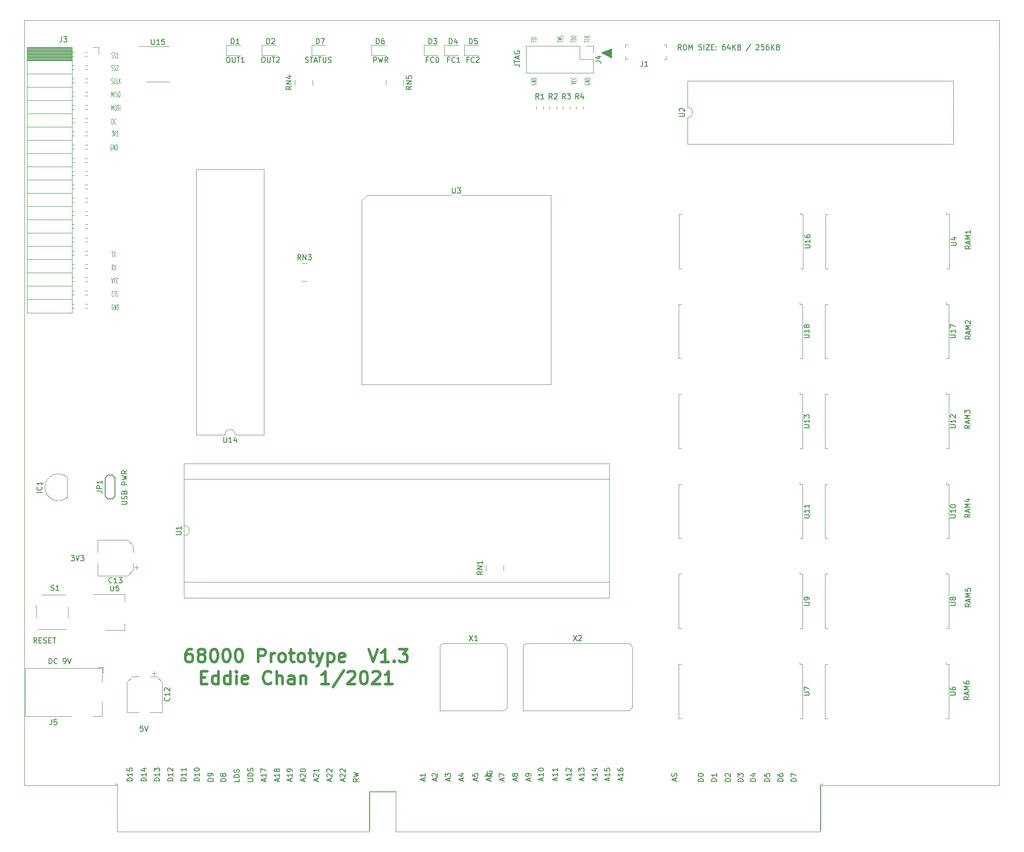
<source format=gbr>
%TF.GenerationSoftware,KiCad,Pcbnew,5.1.6-c6e7f7d~86~ubuntu18.04.1*%
%TF.CreationDate,2021-01-31T21:38:44+08:00*%
%TF.ProjectId,68k_dev,36386b5f-6465-4762-9e6b-696361645f70,rev?*%
%TF.SameCoordinates,Original*%
%TF.FileFunction,Legend,Top*%
%TF.FilePolarity,Positive*%
%FSLAX46Y46*%
G04 Gerber Fmt 4.6, Leading zero omitted, Abs format (unit mm)*
G04 Created by KiCad (PCBNEW 5.1.6-c6e7f7d~86~ubuntu18.04.1) date 2021-01-31 21:38:44*
%MOMM*%
%LPD*%
G01*
G04 APERTURE LIST*
%ADD10C,0.150000*%
%ADD11C,0.100000*%
%ADD12C,0.125000*%
%ADD13C,0.500000*%
%TA.AperFunction,Profile*%
%ADD14C,0.050000*%
%TD*%
%ADD15C,0.120000*%
G04 APERTURE END LIST*
D10*
X25304904Y-115530380D02*
X25923952Y-115530380D01*
X25590619Y-115911333D01*
X25733476Y-115911333D01*
X25828714Y-115958952D01*
X25876333Y-116006571D01*
X25923952Y-116101809D01*
X25923952Y-116339904D01*
X25876333Y-116435142D01*
X25828714Y-116482761D01*
X25733476Y-116530380D01*
X25447761Y-116530380D01*
X25352523Y-116482761D01*
X25304904Y-116435142D01*
X26209666Y-115530380D02*
X26543000Y-116530380D01*
X26876333Y-115530380D01*
X27114428Y-115530380D02*
X27733476Y-115530380D01*
X27400142Y-115911333D01*
X27543000Y-115911333D01*
X27638238Y-115958952D01*
X27685857Y-116006571D01*
X27733476Y-116101809D01*
X27733476Y-116339904D01*
X27685857Y-116435142D01*
X27638238Y-116482761D01*
X27543000Y-116530380D01*
X27257285Y-116530380D01*
X27162047Y-116482761D01*
X27114428Y-116435142D01*
X197556380Y-124737666D02*
X197080190Y-125071000D01*
X197556380Y-125309095D02*
X196556380Y-125309095D01*
X196556380Y-124928142D01*
X196604000Y-124832904D01*
X196651619Y-124785285D01*
X196746857Y-124737666D01*
X196889714Y-124737666D01*
X196984952Y-124785285D01*
X197032571Y-124832904D01*
X197080190Y-124928142D01*
X197080190Y-125309095D01*
X197270666Y-124356714D02*
X197270666Y-123880523D01*
X197556380Y-124451952D02*
X196556380Y-124118619D01*
X197556380Y-123785285D01*
X197556380Y-123451952D02*
X196556380Y-123451952D01*
X197270666Y-123118619D01*
X196556380Y-122785285D01*
X197556380Y-122785285D01*
X196556380Y-121832904D02*
X196556380Y-122309095D01*
X197032571Y-122356714D01*
X196984952Y-122309095D01*
X196937333Y-122213857D01*
X196937333Y-121975761D01*
X196984952Y-121880523D01*
X197032571Y-121832904D01*
X197127809Y-121785285D01*
X197365904Y-121785285D01*
X197461142Y-121832904D01*
X197508761Y-121880523D01*
X197556380Y-121975761D01*
X197556380Y-122213857D01*
X197508761Y-122309095D01*
X197461142Y-122356714D01*
X197302380Y-142517666D02*
X196826190Y-142851000D01*
X197302380Y-143089095D02*
X196302380Y-143089095D01*
X196302380Y-142708142D01*
X196350000Y-142612904D01*
X196397619Y-142565285D01*
X196492857Y-142517666D01*
X196635714Y-142517666D01*
X196730952Y-142565285D01*
X196778571Y-142612904D01*
X196826190Y-142708142D01*
X196826190Y-143089095D01*
X197016666Y-142136714D02*
X197016666Y-141660523D01*
X197302380Y-142231952D02*
X196302380Y-141898619D01*
X197302380Y-141565285D01*
X197302380Y-141231952D02*
X196302380Y-141231952D01*
X197016666Y-140898619D01*
X196302380Y-140565285D01*
X197302380Y-140565285D01*
X196302380Y-139660523D02*
X196302380Y-139851000D01*
X196350000Y-139946238D01*
X196397619Y-139993857D01*
X196540476Y-140089095D01*
X196730952Y-140136714D01*
X197111904Y-140136714D01*
X197207142Y-140089095D01*
X197254761Y-140041476D01*
X197302380Y-139946238D01*
X197302380Y-139755761D01*
X197254761Y-139660523D01*
X197207142Y-139612904D01*
X197111904Y-139565285D01*
X196873809Y-139565285D01*
X196778571Y-139612904D01*
X196730952Y-139660523D01*
X196683333Y-139755761D01*
X196683333Y-139946238D01*
X196730952Y-140041476D01*
X196778571Y-140089095D01*
X196873809Y-140136714D01*
D11*
G36*
X128778000Y-20193000D02*
G01*
X126873000Y-19177000D01*
X128778000Y-18415000D01*
X128778000Y-20193000D01*
G37*
X128778000Y-20193000D02*
X126873000Y-19177000D01*
X128778000Y-18415000D01*
X128778000Y-20193000D01*
D12*
X113371380Y-17148904D02*
X113371380Y-16863190D01*
X114371380Y-17006047D02*
X113371380Y-17006047D01*
X114371380Y-16696523D02*
X113371380Y-16696523D01*
X113371380Y-16577476D01*
X113419000Y-16506047D01*
X113514238Y-16458428D01*
X113609476Y-16434619D01*
X113799952Y-16410809D01*
X113942809Y-16410809D01*
X114133285Y-16434619D01*
X114228523Y-16458428D01*
X114323761Y-16506047D01*
X114371380Y-16577476D01*
X114371380Y-16696523D01*
X114371380Y-16196523D02*
X113371380Y-16196523D01*
X118451380Y-17176666D02*
X118451380Y-16890952D01*
X119451380Y-17033809D02*
X118451380Y-17033809D01*
X119451380Y-16724285D02*
X118451380Y-16724285D01*
X119165666Y-16557619D01*
X118451380Y-16390952D01*
X119451380Y-16390952D01*
X119403761Y-16176666D02*
X119451380Y-16105238D01*
X119451380Y-15986190D01*
X119403761Y-15938571D01*
X119356142Y-15914761D01*
X119260904Y-15890952D01*
X119165666Y-15890952D01*
X119070428Y-15914761D01*
X119022809Y-15938571D01*
X118975190Y-15986190D01*
X118927571Y-16081428D01*
X118879952Y-16129047D01*
X118832333Y-16152857D01*
X118737095Y-16176666D01*
X118641857Y-16176666D01*
X118546619Y-16152857D01*
X118499000Y-16129047D01*
X118451380Y-16081428D01*
X118451380Y-15962380D01*
X118499000Y-15890952D01*
X120991380Y-17164761D02*
X120991380Y-16879047D01*
X121991380Y-17021904D02*
X120991380Y-17021904D01*
X121991380Y-16712380D02*
X120991380Y-16712380D01*
X120991380Y-16593333D01*
X121039000Y-16521904D01*
X121134238Y-16474285D01*
X121229476Y-16450476D01*
X121419952Y-16426666D01*
X121562809Y-16426666D01*
X121753285Y-16450476D01*
X121848523Y-16474285D01*
X121943761Y-16521904D01*
X121991380Y-16593333D01*
X121991380Y-16712380D01*
X120991380Y-16117142D02*
X120991380Y-16021904D01*
X121039000Y-15974285D01*
X121134238Y-15926666D01*
X121324714Y-15902857D01*
X121658047Y-15902857D01*
X121848523Y-15926666D01*
X121943761Y-15974285D01*
X121991380Y-16021904D01*
X121991380Y-16117142D01*
X121943761Y-16164761D01*
X121848523Y-16212380D01*
X121658047Y-16236190D01*
X121324714Y-16236190D01*
X121134238Y-16212380D01*
X121039000Y-16164761D01*
X120991380Y-16117142D01*
X123531380Y-17152857D02*
X123531380Y-16867142D01*
X124531380Y-17010000D02*
X123531380Y-17010000D01*
X124436142Y-16414761D02*
X124483761Y-16438571D01*
X124531380Y-16510000D01*
X124531380Y-16557619D01*
X124483761Y-16629047D01*
X124388523Y-16676666D01*
X124293285Y-16700476D01*
X124102809Y-16724285D01*
X123959952Y-16724285D01*
X123769476Y-16700476D01*
X123674238Y-16676666D01*
X123579000Y-16629047D01*
X123531380Y-16557619D01*
X123531380Y-16510000D01*
X123579000Y-16438571D01*
X123626619Y-16414761D01*
X124531380Y-16200476D02*
X123531380Y-16200476D01*
X124531380Y-15914761D02*
X123959952Y-16129047D01*
X123531380Y-15914761D02*
X124102809Y-16200476D01*
X123706000Y-25018952D02*
X123658380Y-25066571D01*
X123658380Y-25138000D01*
X123706000Y-25209428D01*
X123801238Y-25257047D01*
X123896476Y-25280857D01*
X124086952Y-25304666D01*
X124229809Y-25304666D01*
X124420285Y-25280857D01*
X124515523Y-25257047D01*
X124610761Y-25209428D01*
X124658380Y-25138000D01*
X124658380Y-25090380D01*
X124610761Y-25018952D01*
X124563142Y-24995142D01*
X124229809Y-24995142D01*
X124229809Y-25090380D01*
X124658380Y-24780857D02*
X123658380Y-24780857D01*
X124658380Y-24495142D01*
X123658380Y-24495142D01*
X124658380Y-24257047D02*
X123658380Y-24257047D01*
X123658380Y-24138000D01*
X123706000Y-24066571D01*
X123801238Y-24018952D01*
X123896476Y-23995142D01*
X124086952Y-23971333D01*
X124229809Y-23971333D01*
X124420285Y-23995142D01*
X124515523Y-24018952D01*
X124610761Y-24066571D01*
X124658380Y-24138000D01*
X124658380Y-24257047D01*
X120991380Y-25177666D02*
X121991380Y-25011000D01*
X120991380Y-24844333D01*
X121896142Y-24391952D02*
X121943761Y-24415761D01*
X121991380Y-24487190D01*
X121991380Y-24534809D01*
X121943761Y-24606238D01*
X121848523Y-24653857D01*
X121753285Y-24677666D01*
X121562809Y-24701476D01*
X121419952Y-24701476D01*
X121229476Y-24677666D01*
X121134238Y-24653857D01*
X121039000Y-24606238D01*
X120991380Y-24534809D01*
X120991380Y-24487190D01*
X121039000Y-24415761D01*
X121086619Y-24391952D01*
X121896142Y-23891952D02*
X121943761Y-23915761D01*
X121991380Y-23987190D01*
X121991380Y-24034809D01*
X121943761Y-24106238D01*
X121848523Y-24153857D01*
X121753285Y-24177666D01*
X121562809Y-24201476D01*
X121419952Y-24201476D01*
X121229476Y-24177666D01*
X121134238Y-24153857D01*
X121039000Y-24106238D01*
X120991380Y-24034809D01*
X120991380Y-23987190D01*
X121039000Y-23915761D01*
X121086619Y-23891952D01*
X113419000Y-25018952D02*
X113371380Y-25066571D01*
X113371380Y-25138000D01*
X113419000Y-25209428D01*
X113514238Y-25257047D01*
X113609476Y-25280857D01*
X113799952Y-25304666D01*
X113942809Y-25304666D01*
X114133285Y-25280857D01*
X114228523Y-25257047D01*
X114323761Y-25209428D01*
X114371380Y-25138000D01*
X114371380Y-25090380D01*
X114323761Y-25018952D01*
X114276142Y-24995142D01*
X113942809Y-24995142D01*
X113942809Y-25090380D01*
X114371380Y-24780857D02*
X113371380Y-24780857D01*
X114371380Y-24495142D01*
X113371380Y-24495142D01*
X114371380Y-24257047D02*
X113371380Y-24257047D01*
X113371380Y-24138000D01*
X113419000Y-24066571D01*
X113514238Y-24018952D01*
X113609476Y-23995142D01*
X113799952Y-23971333D01*
X113942809Y-23971333D01*
X114133285Y-23995142D01*
X114228523Y-24018952D01*
X114323761Y-24066571D01*
X114371380Y-24138000D01*
X114371380Y-24257047D01*
X33123238Y-36838000D02*
X33075619Y-36790380D01*
X33004191Y-36790380D01*
X32932762Y-36838000D01*
X32885143Y-36933238D01*
X32861333Y-37028476D01*
X32837524Y-37218952D01*
X32837524Y-37361809D01*
X32861333Y-37552285D01*
X32885143Y-37647523D01*
X32932762Y-37742761D01*
X33004191Y-37790380D01*
X33051810Y-37790380D01*
X33123238Y-37742761D01*
X33147048Y-37695142D01*
X33147048Y-37361809D01*
X33051810Y-37361809D01*
X33361333Y-37790380D02*
X33361333Y-36790380D01*
X33647048Y-37790380D01*
X33647048Y-36790380D01*
X33885143Y-37790380D02*
X33885143Y-36790380D01*
X34004191Y-36790380D01*
X34075619Y-36838000D01*
X34123238Y-36933238D01*
X34147048Y-37028476D01*
X34170857Y-37218952D01*
X34170857Y-37361809D01*
X34147048Y-37552285D01*
X34123238Y-37647523D01*
X34075619Y-37742761D01*
X34004191Y-37790380D01*
X33885143Y-37790380D01*
D10*
X197429380Y-107592666D02*
X196953190Y-107926000D01*
X197429380Y-108164095D02*
X196429380Y-108164095D01*
X196429380Y-107783142D01*
X196477000Y-107687904D01*
X196524619Y-107640285D01*
X196619857Y-107592666D01*
X196762714Y-107592666D01*
X196857952Y-107640285D01*
X196905571Y-107687904D01*
X196953190Y-107783142D01*
X196953190Y-108164095D01*
X197143666Y-107211714D02*
X197143666Y-106735523D01*
X197429380Y-107306952D02*
X196429380Y-106973619D01*
X197429380Y-106640285D01*
X197429380Y-106306952D02*
X196429380Y-106306952D01*
X197143666Y-105973619D01*
X196429380Y-105640285D01*
X197429380Y-105640285D01*
X196762714Y-104735523D02*
X197429380Y-104735523D01*
X196381761Y-104973619D02*
X197096047Y-105211714D01*
X197096047Y-104592666D01*
X197429380Y-90574666D02*
X196953190Y-90908000D01*
X197429380Y-91146095D02*
X196429380Y-91146095D01*
X196429380Y-90765142D01*
X196477000Y-90669904D01*
X196524619Y-90622285D01*
X196619857Y-90574666D01*
X196762714Y-90574666D01*
X196857952Y-90622285D01*
X196905571Y-90669904D01*
X196953190Y-90765142D01*
X196953190Y-91146095D01*
X197143666Y-90193714D02*
X197143666Y-89717523D01*
X197429380Y-90288952D02*
X196429380Y-89955619D01*
X197429380Y-89622285D01*
X197429380Y-89288952D02*
X196429380Y-89288952D01*
X197143666Y-88955619D01*
X196429380Y-88622285D01*
X197429380Y-88622285D01*
X196429380Y-88241333D02*
X196429380Y-87622285D01*
X196810333Y-87955619D01*
X196810333Y-87812761D01*
X196857952Y-87717523D01*
X196905571Y-87669904D01*
X197000809Y-87622285D01*
X197238904Y-87622285D01*
X197334142Y-87669904D01*
X197381761Y-87717523D01*
X197429380Y-87812761D01*
X197429380Y-88098476D01*
X197381761Y-88193714D01*
X197334142Y-88241333D01*
X197556380Y-73429666D02*
X197080190Y-73763000D01*
X197556380Y-74001095D02*
X196556380Y-74001095D01*
X196556380Y-73620142D01*
X196604000Y-73524904D01*
X196651619Y-73477285D01*
X196746857Y-73429666D01*
X196889714Y-73429666D01*
X196984952Y-73477285D01*
X197032571Y-73524904D01*
X197080190Y-73620142D01*
X197080190Y-74001095D01*
X197270666Y-73048714D02*
X197270666Y-72572523D01*
X197556380Y-73143952D02*
X196556380Y-72810619D01*
X197556380Y-72477285D01*
X197556380Y-72143952D02*
X196556380Y-72143952D01*
X197270666Y-71810619D01*
X196556380Y-71477285D01*
X197556380Y-71477285D01*
X196651619Y-71048714D02*
X196604000Y-71001095D01*
X196556380Y-70905857D01*
X196556380Y-70667761D01*
X196604000Y-70572523D01*
X196651619Y-70524904D01*
X196746857Y-70477285D01*
X196842095Y-70477285D01*
X196984952Y-70524904D01*
X197556380Y-71096333D01*
X197556380Y-70477285D01*
X197556380Y-56157666D02*
X197080190Y-56491000D01*
X197556380Y-56729095D02*
X196556380Y-56729095D01*
X196556380Y-56348142D01*
X196604000Y-56252904D01*
X196651619Y-56205285D01*
X196746857Y-56157666D01*
X196889714Y-56157666D01*
X196984952Y-56205285D01*
X197032571Y-56252904D01*
X197080190Y-56348142D01*
X197080190Y-56729095D01*
X197270666Y-55776714D02*
X197270666Y-55300523D01*
X197556380Y-55871952D02*
X196556380Y-55538619D01*
X197556380Y-55205285D01*
X197556380Y-54871952D02*
X196556380Y-54871952D01*
X197270666Y-54538619D01*
X196556380Y-54205285D01*
X197556380Y-54205285D01*
X197556380Y-53205285D02*
X197556380Y-53776714D01*
X197556380Y-53491000D02*
X196556380Y-53491000D01*
X196699238Y-53586238D01*
X196794476Y-53681476D01*
X196842095Y-53776714D01*
D13*
X48393476Y-133411952D02*
X47917285Y-133411952D01*
X47679190Y-133531000D01*
X47560142Y-133650047D01*
X47322047Y-134007190D01*
X47203000Y-134483380D01*
X47203000Y-135435761D01*
X47322047Y-135673857D01*
X47441095Y-135792904D01*
X47679190Y-135911952D01*
X48155380Y-135911952D01*
X48393476Y-135792904D01*
X48512523Y-135673857D01*
X48631571Y-135435761D01*
X48631571Y-134840523D01*
X48512523Y-134602428D01*
X48393476Y-134483380D01*
X48155380Y-134364333D01*
X47679190Y-134364333D01*
X47441095Y-134483380D01*
X47322047Y-134602428D01*
X47203000Y-134840523D01*
X50060142Y-134483380D02*
X49822047Y-134364333D01*
X49703000Y-134245285D01*
X49583952Y-134007190D01*
X49583952Y-133888142D01*
X49703000Y-133650047D01*
X49822047Y-133531000D01*
X50060142Y-133411952D01*
X50536333Y-133411952D01*
X50774428Y-133531000D01*
X50893476Y-133650047D01*
X51012523Y-133888142D01*
X51012523Y-134007190D01*
X50893476Y-134245285D01*
X50774428Y-134364333D01*
X50536333Y-134483380D01*
X50060142Y-134483380D01*
X49822047Y-134602428D01*
X49703000Y-134721476D01*
X49583952Y-134959571D01*
X49583952Y-135435761D01*
X49703000Y-135673857D01*
X49822047Y-135792904D01*
X50060142Y-135911952D01*
X50536333Y-135911952D01*
X50774428Y-135792904D01*
X50893476Y-135673857D01*
X51012523Y-135435761D01*
X51012523Y-134959571D01*
X50893476Y-134721476D01*
X50774428Y-134602428D01*
X50536333Y-134483380D01*
X52560142Y-133411952D02*
X52798238Y-133411952D01*
X53036333Y-133531000D01*
X53155380Y-133650047D01*
X53274428Y-133888142D01*
X53393476Y-134364333D01*
X53393476Y-134959571D01*
X53274428Y-135435761D01*
X53155380Y-135673857D01*
X53036333Y-135792904D01*
X52798238Y-135911952D01*
X52560142Y-135911952D01*
X52322047Y-135792904D01*
X52203000Y-135673857D01*
X52083952Y-135435761D01*
X51964904Y-134959571D01*
X51964904Y-134364333D01*
X52083952Y-133888142D01*
X52203000Y-133650047D01*
X52322047Y-133531000D01*
X52560142Y-133411952D01*
X54941095Y-133411952D02*
X55179190Y-133411952D01*
X55417285Y-133531000D01*
X55536333Y-133650047D01*
X55655380Y-133888142D01*
X55774428Y-134364333D01*
X55774428Y-134959571D01*
X55655380Y-135435761D01*
X55536333Y-135673857D01*
X55417285Y-135792904D01*
X55179190Y-135911952D01*
X54941095Y-135911952D01*
X54703000Y-135792904D01*
X54583952Y-135673857D01*
X54464904Y-135435761D01*
X54345857Y-134959571D01*
X54345857Y-134364333D01*
X54464904Y-133888142D01*
X54583952Y-133650047D01*
X54703000Y-133531000D01*
X54941095Y-133411952D01*
X57322047Y-133411952D02*
X57560142Y-133411952D01*
X57798238Y-133531000D01*
X57917285Y-133650047D01*
X58036333Y-133888142D01*
X58155380Y-134364333D01*
X58155380Y-134959571D01*
X58036333Y-135435761D01*
X57917285Y-135673857D01*
X57798238Y-135792904D01*
X57560142Y-135911952D01*
X57322047Y-135911952D01*
X57083952Y-135792904D01*
X56964904Y-135673857D01*
X56845857Y-135435761D01*
X56726809Y-134959571D01*
X56726809Y-134364333D01*
X56845857Y-133888142D01*
X56964904Y-133650047D01*
X57083952Y-133531000D01*
X57322047Y-133411952D01*
X61131571Y-135911952D02*
X61131571Y-133411952D01*
X62083952Y-133411952D01*
X62322047Y-133531000D01*
X62441095Y-133650047D01*
X62560142Y-133888142D01*
X62560142Y-134245285D01*
X62441095Y-134483380D01*
X62322047Y-134602428D01*
X62083952Y-134721476D01*
X61131571Y-134721476D01*
X63631571Y-135911952D02*
X63631571Y-134245285D01*
X63631571Y-134721476D02*
X63750619Y-134483380D01*
X63869666Y-134364333D01*
X64107761Y-134245285D01*
X64345857Y-134245285D01*
X65536333Y-135911952D02*
X65298238Y-135792904D01*
X65179190Y-135673857D01*
X65060142Y-135435761D01*
X65060142Y-134721476D01*
X65179190Y-134483380D01*
X65298238Y-134364333D01*
X65536333Y-134245285D01*
X65893476Y-134245285D01*
X66131571Y-134364333D01*
X66250619Y-134483380D01*
X66369666Y-134721476D01*
X66369666Y-135435761D01*
X66250619Y-135673857D01*
X66131571Y-135792904D01*
X65893476Y-135911952D01*
X65536333Y-135911952D01*
X67083952Y-134245285D02*
X68036333Y-134245285D01*
X67441095Y-133411952D02*
X67441095Y-135554809D01*
X67560142Y-135792904D01*
X67798238Y-135911952D01*
X68036333Y-135911952D01*
X69226809Y-135911952D02*
X68988714Y-135792904D01*
X68869666Y-135673857D01*
X68750619Y-135435761D01*
X68750619Y-134721476D01*
X68869666Y-134483380D01*
X68988714Y-134364333D01*
X69226809Y-134245285D01*
X69583952Y-134245285D01*
X69822047Y-134364333D01*
X69941095Y-134483380D01*
X70060142Y-134721476D01*
X70060142Y-135435761D01*
X69941095Y-135673857D01*
X69822047Y-135792904D01*
X69583952Y-135911952D01*
X69226809Y-135911952D01*
X70774428Y-134245285D02*
X71726809Y-134245285D01*
X71131571Y-133411952D02*
X71131571Y-135554809D01*
X71250619Y-135792904D01*
X71488714Y-135911952D01*
X71726809Y-135911952D01*
X72322047Y-134245285D02*
X72917285Y-135911952D01*
X73512523Y-134245285D02*
X72917285Y-135911952D01*
X72679190Y-136507190D01*
X72560142Y-136626238D01*
X72322047Y-136745285D01*
X74464904Y-134245285D02*
X74464904Y-136745285D01*
X74464904Y-134364333D02*
X74703000Y-134245285D01*
X75179190Y-134245285D01*
X75417285Y-134364333D01*
X75536333Y-134483380D01*
X75655380Y-134721476D01*
X75655380Y-135435761D01*
X75536333Y-135673857D01*
X75417285Y-135792904D01*
X75179190Y-135911952D01*
X74703000Y-135911952D01*
X74464904Y-135792904D01*
X77679190Y-135792904D02*
X77441095Y-135911952D01*
X76964904Y-135911952D01*
X76726809Y-135792904D01*
X76607761Y-135554809D01*
X76607761Y-134602428D01*
X76726809Y-134364333D01*
X76964904Y-134245285D01*
X77441095Y-134245285D01*
X77679190Y-134364333D01*
X77798238Y-134602428D01*
X77798238Y-134840523D01*
X76607761Y-135078619D01*
X82322047Y-133411952D02*
X83155380Y-135911952D01*
X83988714Y-133411952D01*
X86131571Y-135911952D02*
X84703000Y-135911952D01*
X85417285Y-135911952D02*
X85417285Y-133411952D01*
X85179190Y-133769095D01*
X84941095Y-134007190D01*
X84703000Y-134126238D01*
X87203000Y-135673857D02*
X87322047Y-135792904D01*
X87203000Y-135911952D01*
X87083952Y-135792904D01*
X87203000Y-135673857D01*
X87203000Y-135911952D01*
X88155380Y-133411952D02*
X89703000Y-133411952D01*
X88869666Y-134364333D01*
X89226809Y-134364333D01*
X89464904Y-134483380D01*
X89583952Y-134602428D01*
X89703000Y-134840523D01*
X89703000Y-135435761D01*
X89583952Y-135673857D01*
X89464904Y-135792904D01*
X89226809Y-135911952D01*
X88512523Y-135911952D01*
X88274428Y-135792904D01*
X88155380Y-135673857D01*
X50179190Y-138852428D02*
X51012523Y-138852428D01*
X51369666Y-140161952D02*
X50179190Y-140161952D01*
X50179190Y-137661952D01*
X51369666Y-137661952D01*
X53512523Y-140161952D02*
X53512523Y-137661952D01*
X53512523Y-140042904D02*
X53274428Y-140161952D01*
X52798238Y-140161952D01*
X52560142Y-140042904D01*
X52441095Y-139923857D01*
X52322047Y-139685761D01*
X52322047Y-138971476D01*
X52441095Y-138733380D01*
X52560142Y-138614333D01*
X52798238Y-138495285D01*
X53274428Y-138495285D01*
X53512523Y-138614333D01*
X55774428Y-140161952D02*
X55774428Y-137661952D01*
X55774428Y-140042904D02*
X55536333Y-140161952D01*
X55060142Y-140161952D01*
X54822047Y-140042904D01*
X54703000Y-139923857D01*
X54583952Y-139685761D01*
X54583952Y-138971476D01*
X54703000Y-138733380D01*
X54822047Y-138614333D01*
X55060142Y-138495285D01*
X55536333Y-138495285D01*
X55774428Y-138614333D01*
X56964904Y-140161952D02*
X56964904Y-138495285D01*
X56964904Y-137661952D02*
X56845857Y-137781000D01*
X56964904Y-137900047D01*
X57083952Y-137781000D01*
X56964904Y-137661952D01*
X56964904Y-137900047D01*
X59107761Y-140042904D02*
X58869666Y-140161952D01*
X58393476Y-140161952D01*
X58155380Y-140042904D01*
X58036333Y-139804809D01*
X58036333Y-138852428D01*
X58155380Y-138614333D01*
X58393476Y-138495285D01*
X58869666Y-138495285D01*
X59107761Y-138614333D01*
X59226809Y-138852428D01*
X59226809Y-139090523D01*
X58036333Y-139328619D01*
X63631571Y-139923857D02*
X63512523Y-140042904D01*
X63155380Y-140161952D01*
X62917285Y-140161952D01*
X62560142Y-140042904D01*
X62322047Y-139804809D01*
X62203000Y-139566714D01*
X62083952Y-139090523D01*
X62083952Y-138733380D01*
X62203000Y-138257190D01*
X62322047Y-138019095D01*
X62560142Y-137781000D01*
X62917285Y-137661952D01*
X63155380Y-137661952D01*
X63512523Y-137781000D01*
X63631571Y-137900047D01*
X64703000Y-140161952D02*
X64703000Y-137661952D01*
X65774428Y-140161952D02*
X65774428Y-138852428D01*
X65655380Y-138614333D01*
X65417285Y-138495285D01*
X65060142Y-138495285D01*
X64822047Y-138614333D01*
X64703000Y-138733380D01*
X68036333Y-140161952D02*
X68036333Y-138852428D01*
X67917285Y-138614333D01*
X67679190Y-138495285D01*
X67203000Y-138495285D01*
X66964904Y-138614333D01*
X68036333Y-140042904D02*
X67798238Y-140161952D01*
X67203000Y-140161952D01*
X66964904Y-140042904D01*
X66845857Y-139804809D01*
X66845857Y-139566714D01*
X66964904Y-139328619D01*
X67203000Y-139209571D01*
X67798238Y-139209571D01*
X68036333Y-139090523D01*
X69226809Y-138495285D02*
X69226809Y-140161952D01*
X69226809Y-138733380D02*
X69345857Y-138614333D01*
X69583952Y-138495285D01*
X69941095Y-138495285D01*
X70179190Y-138614333D01*
X70298238Y-138852428D01*
X70298238Y-140161952D01*
X74703000Y-140161952D02*
X73274428Y-140161952D01*
X73988714Y-140161952D02*
X73988714Y-137661952D01*
X73750619Y-138019095D01*
X73512523Y-138257190D01*
X73274428Y-138376238D01*
X77560142Y-137542904D02*
X75417285Y-140757190D01*
X78274428Y-137900047D02*
X78393476Y-137781000D01*
X78631571Y-137661952D01*
X79226809Y-137661952D01*
X79464904Y-137781000D01*
X79583952Y-137900047D01*
X79703000Y-138138142D01*
X79703000Y-138376238D01*
X79583952Y-138733380D01*
X78155380Y-140161952D01*
X79703000Y-140161952D01*
X81250619Y-137661952D02*
X81488714Y-137661952D01*
X81726809Y-137781000D01*
X81845857Y-137900047D01*
X81964904Y-138138142D01*
X82083952Y-138614333D01*
X82083952Y-139209571D01*
X81964904Y-139685761D01*
X81845857Y-139923857D01*
X81726809Y-140042904D01*
X81488714Y-140161952D01*
X81250619Y-140161952D01*
X81012523Y-140042904D01*
X80893476Y-139923857D01*
X80774428Y-139685761D01*
X80655380Y-139209571D01*
X80655380Y-138614333D01*
X80774428Y-138138142D01*
X80893476Y-137900047D01*
X81012523Y-137781000D01*
X81250619Y-137661952D01*
X83036333Y-137900047D02*
X83155380Y-137781000D01*
X83393476Y-137661952D01*
X83988714Y-137661952D01*
X84226809Y-137781000D01*
X84345857Y-137900047D01*
X84464904Y-138138142D01*
X84464904Y-138376238D01*
X84345857Y-138733380D01*
X82917285Y-140161952D01*
X84464904Y-140161952D01*
X86845857Y-140161952D02*
X85417285Y-140161952D01*
X86131571Y-140161952D02*
X86131571Y-137661952D01*
X85893476Y-138019095D01*
X85655380Y-138257190D01*
X85417285Y-138376238D01*
D10*
X164155380Y-158783785D02*
X163155380Y-158783785D01*
X163155380Y-158545690D01*
X163203000Y-158402833D01*
X163298238Y-158307595D01*
X163393476Y-158259976D01*
X163583952Y-158212357D01*
X163726809Y-158212357D01*
X163917285Y-158259976D01*
X164012523Y-158307595D01*
X164107761Y-158402833D01*
X164155380Y-158545690D01*
X164155380Y-158783785D01*
X163155380Y-157879023D02*
X163155380Y-157212357D01*
X164155380Y-157640928D01*
X161615380Y-158783785D02*
X160615380Y-158783785D01*
X160615380Y-158545690D01*
X160663000Y-158402833D01*
X160758238Y-158307595D01*
X160853476Y-158259976D01*
X161043952Y-158212357D01*
X161186809Y-158212357D01*
X161377285Y-158259976D01*
X161472523Y-158307595D01*
X161567761Y-158402833D01*
X161615380Y-158545690D01*
X161615380Y-158783785D01*
X160615380Y-157355214D02*
X160615380Y-157545690D01*
X160663000Y-157640928D01*
X160710619Y-157688547D01*
X160853476Y-157783785D01*
X161043952Y-157831404D01*
X161424904Y-157831404D01*
X161520142Y-157783785D01*
X161567761Y-157736166D01*
X161615380Y-157640928D01*
X161615380Y-157450452D01*
X161567761Y-157355214D01*
X161520142Y-157307595D01*
X161424904Y-157259976D01*
X161186809Y-157259976D01*
X161091571Y-157307595D01*
X161043952Y-157355214D01*
X160996333Y-157450452D01*
X160996333Y-157640928D01*
X161043952Y-157736166D01*
X161091571Y-157783785D01*
X161186809Y-157831404D01*
X159075380Y-158783785D02*
X158075380Y-158783785D01*
X158075380Y-158545690D01*
X158123000Y-158402833D01*
X158218238Y-158307595D01*
X158313476Y-158259976D01*
X158503952Y-158212357D01*
X158646809Y-158212357D01*
X158837285Y-158259976D01*
X158932523Y-158307595D01*
X159027761Y-158402833D01*
X159075380Y-158545690D01*
X159075380Y-158783785D01*
X158075380Y-157307595D02*
X158075380Y-157783785D01*
X158551571Y-157831404D01*
X158503952Y-157783785D01*
X158456333Y-157688547D01*
X158456333Y-157450452D01*
X158503952Y-157355214D01*
X158551571Y-157307595D01*
X158646809Y-157259976D01*
X158884904Y-157259976D01*
X158980142Y-157307595D01*
X159027761Y-157355214D01*
X159075380Y-157450452D01*
X159075380Y-157688547D01*
X159027761Y-157783785D01*
X158980142Y-157831404D01*
X156408380Y-158783785D02*
X155408380Y-158783785D01*
X155408380Y-158545690D01*
X155456000Y-158402833D01*
X155551238Y-158307595D01*
X155646476Y-158259976D01*
X155836952Y-158212357D01*
X155979809Y-158212357D01*
X156170285Y-158259976D01*
X156265523Y-158307595D01*
X156360761Y-158402833D01*
X156408380Y-158545690D01*
X156408380Y-158783785D01*
X155741714Y-157355214D02*
X156408380Y-157355214D01*
X155360761Y-157593309D02*
X156075047Y-157831404D01*
X156075047Y-157212357D01*
X153995380Y-158783785D02*
X152995380Y-158783785D01*
X152995380Y-158545690D01*
X153043000Y-158402833D01*
X153138238Y-158307595D01*
X153233476Y-158259976D01*
X153423952Y-158212357D01*
X153566809Y-158212357D01*
X153757285Y-158259976D01*
X153852523Y-158307595D01*
X153947761Y-158402833D01*
X153995380Y-158545690D01*
X153995380Y-158783785D01*
X152995380Y-157879023D02*
X152995380Y-157259976D01*
X153376333Y-157593309D01*
X153376333Y-157450452D01*
X153423952Y-157355214D01*
X153471571Y-157307595D01*
X153566809Y-157259976D01*
X153804904Y-157259976D01*
X153900142Y-157307595D01*
X153947761Y-157355214D01*
X153995380Y-157450452D01*
X153995380Y-157736166D01*
X153947761Y-157831404D01*
X153900142Y-157879023D01*
X151582380Y-158783785D02*
X150582380Y-158783785D01*
X150582380Y-158545690D01*
X150630000Y-158402833D01*
X150725238Y-158307595D01*
X150820476Y-158259976D01*
X151010952Y-158212357D01*
X151153809Y-158212357D01*
X151344285Y-158259976D01*
X151439523Y-158307595D01*
X151534761Y-158402833D01*
X151582380Y-158545690D01*
X151582380Y-158783785D01*
X150677619Y-157831404D02*
X150630000Y-157783785D01*
X150582380Y-157688547D01*
X150582380Y-157450452D01*
X150630000Y-157355214D01*
X150677619Y-157307595D01*
X150772857Y-157259976D01*
X150868095Y-157259976D01*
X151010952Y-157307595D01*
X151582380Y-157879023D01*
X151582380Y-157259976D01*
X148915380Y-158783785D02*
X147915380Y-158783785D01*
X147915380Y-158545690D01*
X147963000Y-158402833D01*
X148058238Y-158307595D01*
X148153476Y-158259976D01*
X148343952Y-158212357D01*
X148486809Y-158212357D01*
X148677285Y-158259976D01*
X148772523Y-158307595D01*
X148867761Y-158402833D01*
X148915380Y-158545690D01*
X148915380Y-158783785D01*
X148915380Y-157259976D02*
X148915380Y-157831404D01*
X148915380Y-157545690D02*
X147915380Y-157545690D01*
X148058238Y-157640928D01*
X148153476Y-157736166D01*
X148201095Y-157831404D01*
X146375380Y-158783785D02*
X145375380Y-158783785D01*
X145375380Y-158545690D01*
X145423000Y-158402833D01*
X145518238Y-158307595D01*
X145613476Y-158259976D01*
X145803952Y-158212357D01*
X145946809Y-158212357D01*
X146137285Y-158259976D01*
X146232523Y-158307595D01*
X146327761Y-158402833D01*
X146375380Y-158545690D01*
X146375380Y-158783785D01*
X145375380Y-157593309D02*
X145375380Y-157498071D01*
X145423000Y-157402833D01*
X145470619Y-157355214D01*
X145565857Y-157307595D01*
X145756333Y-157259976D01*
X145994428Y-157259976D01*
X146184904Y-157307595D01*
X146280142Y-157355214D01*
X146327761Y-157402833D01*
X146375380Y-157498071D01*
X146375380Y-157593309D01*
X146327761Y-157688547D01*
X146280142Y-157736166D01*
X146184904Y-157783785D01*
X145994428Y-157831404D01*
X145756333Y-157831404D01*
X145565857Y-157783785D01*
X145470619Y-157736166D01*
X145423000Y-157688547D01*
X145375380Y-157593309D01*
X141009666Y-158688547D02*
X141009666Y-158212357D01*
X141295380Y-158783785D02*
X140295380Y-158450452D01*
X141295380Y-158117119D01*
X141247761Y-157831404D02*
X141295380Y-157688547D01*
X141295380Y-157450452D01*
X141247761Y-157355214D01*
X141200142Y-157307595D01*
X141104904Y-157259976D01*
X141009666Y-157259976D01*
X140914428Y-157307595D01*
X140866809Y-157355214D01*
X140819190Y-157450452D01*
X140771571Y-157640928D01*
X140723952Y-157736166D01*
X140676333Y-157783785D01*
X140581095Y-157831404D01*
X140485857Y-157831404D01*
X140390619Y-157783785D01*
X140343000Y-157736166D01*
X140295380Y-157640928D01*
X140295380Y-157402833D01*
X140343000Y-157259976D01*
X130722666Y-158624928D02*
X130722666Y-158148738D01*
X131008380Y-158720166D02*
X130008380Y-158386833D01*
X131008380Y-158053500D01*
X131008380Y-157196357D02*
X131008380Y-157767785D01*
X131008380Y-157482071D02*
X130008380Y-157482071D01*
X130151238Y-157577309D01*
X130246476Y-157672547D01*
X130294095Y-157767785D01*
X130008380Y-156339214D02*
X130008380Y-156529690D01*
X130056000Y-156624928D01*
X130103619Y-156672547D01*
X130246476Y-156767785D01*
X130436952Y-156815404D01*
X130817904Y-156815404D01*
X130913142Y-156767785D01*
X130960761Y-156720166D01*
X131008380Y-156624928D01*
X131008380Y-156434452D01*
X130960761Y-156339214D01*
X130913142Y-156291595D01*
X130817904Y-156243976D01*
X130579809Y-156243976D01*
X130484571Y-156291595D01*
X130436952Y-156339214D01*
X130389333Y-156434452D01*
X130389333Y-156624928D01*
X130436952Y-156720166D01*
X130484571Y-156767785D01*
X130579809Y-156815404D01*
X128182666Y-158624928D02*
X128182666Y-158148738D01*
X128468380Y-158720166D02*
X127468380Y-158386833D01*
X128468380Y-158053500D01*
X128468380Y-157196357D02*
X128468380Y-157767785D01*
X128468380Y-157482071D02*
X127468380Y-157482071D01*
X127611238Y-157577309D01*
X127706476Y-157672547D01*
X127754095Y-157767785D01*
X127468380Y-156291595D02*
X127468380Y-156767785D01*
X127944571Y-156815404D01*
X127896952Y-156767785D01*
X127849333Y-156672547D01*
X127849333Y-156434452D01*
X127896952Y-156339214D01*
X127944571Y-156291595D01*
X128039809Y-156243976D01*
X128277904Y-156243976D01*
X128373142Y-156291595D01*
X128420761Y-156339214D01*
X128468380Y-156434452D01*
X128468380Y-156672547D01*
X128420761Y-156767785D01*
X128373142Y-156815404D01*
X125769666Y-158624928D02*
X125769666Y-158148738D01*
X126055380Y-158720166D02*
X125055380Y-158386833D01*
X126055380Y-158053500D01*
X126055380Y-157196357D02*
X126055380Y-157767785D01*
X126055380Y-157482071D02*
X125055380Y-157482071D01*
X125198238Y-157577309D01*
X125293476Y-157672547D01*
X125341095Y-157767785D01*
X125388714Y-156339214D02*
X126055380Y-156339214D01*
X125007761Y-156577309D02*
X125722047Y-156815404D01*
X125722047Y-156196357D01*
X123229666Y-158624928D02*
X123229666Y-158148738D01*
X123515380Y-158720166D02*
X122515380Y-158386833D01*
X123515380Y-158053500D01*
X123515380Y-157196357D02*
X123515380Y-157767785D01*
X123515380Y-157482071D02*
X122515380Y-157482071D01*
X122658238Y-157577309D01*
X122753476Y-157672547D01*
X122801095Y-157767785D01*
X122515380Y-156863023D02*
X122515380Y-156243976D01*
X122896333Y-156577309D01*
X122896333Y-156434452D01*
X122943952Y-156339214D01*
X122991571Y-156291595D01*
X123086809Y-156243976D01*
X123324904Y-156243976D01*
X123420142Y-156291595D01*
X123467761Y-156339214D01*
X123515380Y-156434452D01*
X123515380Y-156720166D01*
X123467761Y-156815404D01*
X123420142Y-156863023D01*
X120816666Y-158624928D02*
X120816666Y-158148738D01*
X121102380Y-158720166D02*
X120102380Y-158386833D01*
X121102380Y-158053500D01*
X121102380Y-157196357D02*
X121102380Y-157767785D01*
X121102380Y-157482071D02*
X120102380Y-157482071D01*
X120245238Y-157577309D01*
X120340476Y-157672547D01*
X120388095Y-157767785D01*
X120197619Y-156815404D02*
X120150000Y-156767785D01*
X120102380Y-156672547D01*
X120102380Y-156434452D01*
X120150000Y-156339214D01*
X120197619Y-156291595D01*
X120292857Y-156243976D01*
X120388095Y-156243976D01*
X120530952Y-156291595D01*
X121102380Y-156863023D01*
X121102380Y-156243976D01*
X118149666Y-158624928D02*
X118149666Y-158148738D01*
X118435380Y-158720166D02*
X117435380Y-158386833D01*
X118435380Y-158053500D01*
X118435380Y-157196357D02*
X118435380Y-157767785D01*
X118435380Y-157482071D02*
X117435380Y-157482071D01*
X117578238Y-157577309D01*
X117673476Y-157672547D01*
X117721095Y-157767785D01*
X118435380Y-156243976D02*
X118435380Y-156815404D01*
X118435380Y-156529690D02*
X117435380Y-156529690D01*
X117578238Y-156624928D01*
X117673476Y-156720166D01*
X117721095Y-156815404D01*
X115482666Y-158624928D02*
X115482666Y-158148738D01*
X115768380Y-158720166D02*
X114768380Y-158386833D01*
X115768380Y-158053500D01*
X115768380Y-157196357D02*
X115768380Y-157767785D01*
X115768380Y-157482071D02*
X114768380Y-157482071D01*
X114911238Y-157577309D01*
X115006476Y-157672547D01*
X115054095Y-157767785D01*
X114768380Y-156577309D02*
X114768380Y-156482071D01*
X114816000Y-156386833D01*
X114863619Y-156339214D01*
X114958857Y-156291595D01*
X115149333Y-156243976D01*
X115387428Y-156243976D01*
X115577904Y-156291595D01*
X115673142Y-156339214D01*
X115720761Y-156386833D01*
X115768380Y-156482071D01*
X115768380Y-156577309D01*
X115720761Y-156672547D01*
X115673142Y-156720166D01*
X115577904Y-156767785D01*
X115387428Y-156815404D01*
X115149333Y-156815404D01*
X114958857Y-156767785D01*
X114863619Y-156720166D01*
X114816000Y-156672547D01*
X114768380Y-156577309D01*
X113069666Y-158688547D02*
X113069666Y-158212357D01*
X113355380Y-158783785D02*
X112355380Y-158450452D01*
X113355380Y-158117119D01*
X113355380Y-157736166D02*
X113355380Y-157545690D01*
X113307761Y-157450452D01*
X113260142Y-157402833D01*
X113117285Y-157307595D01*
X112926809Y-157259976D01*
X112545857Y-157259976D01*
X112450619Y-157307595D01*
X112403000Y-157355214D01*
X112355380Y-157450452D01*
X112355380Y-157640928D01*
X112403000Y-157736166D01*
X112450619Y-157783785D01*
X112545857Y-157831404D01*
X112783952Y-157831404D01*
X112879190Y-157783785D01*
X112926809Y-157736166D01*
X112974428Y-157640928D01*
X112974428Y-157450452D01*
X112926809Y-157355214D01*
X112879190Y-157307595D01*
X112783952Y-157259976D01*
X110529666Y-158688547D02*
X110529666Y-158212357D01*
X110815380Y-158783785D02*
X109815380Y-158450452D01*
X110815380Y-158117119D01*
X110243952Y-157640928D02*
X110196333Y-157736166D01*
X110148714Y-157783785D01*
X110053476Y-157831404D01*
X110005857Y-157831404D01*
X109910619Y-157783785D01*
X109863000Y-157736166D01*
X109815380Y-157640928D01*
X109815380Y-157450452D01*
X109863000Y-157355214D01*
X109910619Y-157307595D01*
X110005857Y-157259976D01*
X110053476Y-157259976D01*
X110148714Y-157307595D01*
X110196333Y-157355214D01*
X110243952Y-157450452D01*
X110243952Y-157640928D01*
X110291571Y-157736166D01*
X110339190Y-157783785D01*
X110434428Y-157831404D01*
X110624904Y-157831404D01*
X110720142Y-157783785D01*
X110767761Y-157736166D01*
X110815380Y-157640928D01*
X110815380Y-157450452D01*
X110767761Y-157355214D01*
X110720142Y-157307595D01*
X110624904Y-157259976D01*
X110434428Y-157259976D01*
X110339190Y-157307595D01*
X110291571Y-157355214D01*
X110243952Y-157450452D01*
X107989666Y-158688547D02*
X107989666Y-158212357D01*
X108275380Y-158783785D02*
X107275380Y-158450452D01*
X108275380Y-158117119D01*
X107275380Y-157879023D02*
X107275380Y-157212357D01*
X108275380Y-157640928D01*
X105449666Y-158688547D02*
X105449666Y-158212357D01*
X105735380Y-158783785D02*
X104735380Y-158450452D01*
X105735380Y-158117119D01*
X104735380Y-157355214D02*
X104735380Y-157545690D01*
X104783000Y-157640928D01*
X104830619Y-157688547D01*
X104973476Y-157783785D01*
X105163952Y-157831404D01*
X105544904Y-157831404D01*
X105640142Y-157783785D01*
X105687761Y-157736166D01*
X105735380Y-157640928D01*
X105735380Y-157450452D01*
X105687761Y-157355214D01*
X105640142Y-157307595D01*
X105544904Y-157259976D01*
X105306809Y-157259976D01*
X105211571Y-157307595D01*
X105163952Y-157355214D01*
X105116333Y-157450452D01*
X105116333Y-157640928D01*
X105163952Y-157736166D01*
X105211571Y-157783785D01*
X105306809Y-157831404D01*
X102909666Y-158688547D02*
X102909666Y-158212357D01*
X103195380Y-158783785D02*
X102195380Y-158450452D01*
X103195380Y-158117119D01*
X102195380Y-157307595D02*
X102195380Y-157783785D01*
X102671571Y-157831404D01*
X102623952Y-157783785D01*
X102576333Y-157688547D01*
X102576333Y-157450452D01*
X102623952Y-157355214D01*
X102671571Y-157307595D01*
X102766809Y-157259976D01*
X103004904Y-157259976D01*
X103100142Y-157307595D01*
X103147761Y-157355214D01*
X103195380Y-157450452D01*
X103195380Y-157688547D01*
X103147761Y-157783785D01*
X103100142Y-157831404D01*
X100242666Y-158688547D02*
X100242666Y-158212357D01*
X100528380Y-158783785D02*
X99528380Y-158450452D01*
X100528380Y-158117119D01*
X99861714Y-157355214D02*
X100528380Y-157355214D01*
X99480761Y-157593309D02*
X100195047Y-157831404D01*
X100195047Y-157212357D01*
X97702666Y-158688547D02*
X97702666Y-158212357D01*
X97988380Y-158783785D02*
X96988380Y-158450452D01*
X97988380Y-158117119D01*
X96988380Y-157879023D02*
X96988380Y-157259976D01*
X97369333Y-157593309D01*
X97369333Y-157450452D01*
X97416952Y-157355214D01*
X97464571Y-157307595D01*
X97559809Y-157259976D01*
X97797904Y-157259976D01*
X97893142Y-157307595D01*
X97940761Y-157355214D01*
X97988380Y-157450452D01*
X97988380Y-157736166D01*
X97940761Y-157831404D01*
X97893142Y-157879023D01*
X95162666Y-158688547D02*
X95162666Y-158212357D01*
X95448380Y-158783785D02*
X94448380Y-158450452D01*
X95448380Y-158117119D01*
X94543619Y-157831404D02*
X94496000Y-157783785D01*
X94448380Y-157688547D01*
X94448380Y-157450452D01*
X94496000Y-157355214D01*
X94543619Y-157307595D01*
X94638857Y-157259976D01*
X94734095Y-157259976D01*
X94876952Y-157307595D01*
X95448380Y-157879023D01*
X95448380Y-157259976D01*
X92876666Y-158688547D02*
X92876666Y-158212357D01*
X93162380Y-158783785D02*
X92162380Y-158450452D01*
X93162380Y-158117119D01*
X93162380Y-157259976D02*
X93162380Y-157831404D01*
X93162380Y-157545690D02*
X92162380Y-157545690D01*
X92305238Y-157640928D01*
X92400476Y-157736166D01*
X92448095Y-157831404D01*
X80335380Y-158275833D02*
X79859190Y-158609166D01*
X80335380Y-158847261D02*
X79335380Y-158847261D01*
X79335380Y-158466309D01*
X79383000Y-158371071D01*
X79430619Y-158323452D01*
X79525857Y-158275833D01*
X79668714Y-158275833D01*
X79763952Y-158323452D01*
X79811571Y-158371071D01*
X79859190Y-158466309D01*
X79859190Y-158847261D01*
X79335380Y-157942500D02*
X80335380Y-157704404D01*
X79621095Y-157513928D01*
X80335380Y-157323452D01*
X79335380Y-157085357D01*
X77509666Y-158751928D02*
X77509666Y-158275738D01*
X77795380Y-158847166D02*
X76795380Y-158513833D01*
X77795380Y-158180500D01*
X76890619Y-157894785D02*
X76843000Y-157847166D01*
X76795380Y-157751928D01*
X76795380Y-157513833D01*
X76843000Y-157418595D01*
X76890619Y-157370976D01*
X76985857Y-157323357D01*
X77081095Y-157323357D01*
X77223952Y-157370976D01*
X77795380Y-157942404D01*
X77795380Y-157323357D01*
X76890619Y-156942404D02*
X76843000Y-156894785D01*
X76795380Y-156799547D01*
X76795380Y-156561452D01*
X76843000Y-156466214D01*
X76890619Y-156418595D01*
X76985857Y-156370976D01*
X77081095Y-156370976D01*
X77223952Y-156418595D01*
X77795380Y-156990023D01*
X77795380Y-156370976D01*
X74969666Y-158751928D02*
X74969666Y-158275738D01*
X75255380Y-158847166D02*
X74255380Y-158513833D01*
X75255380Y-158180500D01*
X74350619Y-157894785D02*
X74303000Y-157847166D01*
X74255380Y-157751928D01*
X74255380Y-157513833D01*
X74303000Y-157418595D01*
X74350619Y-157370976D01*
X74445857Y-157323357D01*
X74541095Y-157323357D01*
X74683952Y-157370976D01*
X75255380Y-157942404D01*
X75255380Y-157323357D01*
X74350619Y-156942404D02*
X74303000Y-156894785D01*
X74255380Y-156799547D01*
X74255380Y-156561452D01*
X74303000Y-156466214D01*
X74350619Y-156418595D01*
X74445857Y-156370976D01*
X74541095Y-156370976D01*
X74683952Y-156418595D01*
X75255380Y-156990023D01*
X75255380Y-156370976D01*
X72429666Y-158751928D02*
X72429666Y-158275738D01*
X72715380Y-158847166D02*
X71715380Y-158513833D01*
X72715380Y-158180500D01*
X71810619Y-157894785D02*
X71763000Y-157847166D01*
X71715380Y-157751928D01*
X71715380Y-157513833D01*
X71763000Y-157418595D01*
X71810619Y-157370976D01*
X71905857Y-157323357D01*
X72001095Y-157323357D01*
X72143952Y-157370976D01*
X72715380Y-157942404D01*
X72715380Y-157323357D01*
X72715380Y-156370976D02*
X72715380Y-156942404D01*
X72715380Y-156656690D02*
X71715380Y-156656690D01*
X71858238Y-156751928D01*
X71953476Y-156847166D01*
X72001095Y-156942404D01*
X69889666Y-158751928D02*
X69889666Y-158275738D01*
X70175380Y-158847166D02*
X69175380Y-158513833D01*
X70175380Y-158180500D01*
X69270619Y-157894785D02*
X69223000Y-157847166D01*
X69175380Y-157751928D01*
X69175380Y-157513833D01*
X69223000Y-157418595D01*
X69270619Y-157370976D01*
X69365857Y-157323357D01*
X69461095Y-157323357D01*
X69603952Y-157370976D01*
X70175380Y-157942404D01*
X70175380Y-157323357D01*
X69175380Y-156704309D02*
X69175380Y-156609071D01*
X69223000Y-156513833D01*
X69270619Y-156466214D01*
X69365857Y-156418595D01*
X69556333Y-156370976D01*
X69794428Y-156370976D01*
X69984904Y-156418595D01*
X70080142Y-156466214D01*
X70127761Y-156513833D01*
X70175380Y-156609071D01*
X70175380Y-156704309D01*
X70127761Y-156799547D01*
X70080142Y-156847166D01*
X69984904Y-156894785D01*
X69794428Y-156942404D01*
X69556333Y-156942404D01*
X69365857Y-156894785D01*
X69270619Y-156847166D01*
X69223000Y-156799547D01*
X69175380Y-156704309D01*
X67349666Y-158751928D02*
X67349666Y-158275738D01*
X67635380Y-158847166D02*
X66635380Y-158513833D01*
X67635380Y-158180500D01*
X67635380Y-157323357D02*
X67635380Y-157894785D01*
X67635380Y-157609071D02*
X66635380Y-157609071D01*
X66778238Y-157704309D01*
X66873476Y-157799547D01*
X66921095Y-157894785D01*
X67635380Y-156847166D02*
X67635380Y-156656690D01*
X67587761Y-156561452D01*
X67540142Y-156513833D01*
X67397285Y-156418595D01*
X67206809Y-156370976D01*
X66825857Y-156370976D01*
X66730619Y-156418595D01*
X66683000Y-156466214D01*
X66635380Y-156561452D01*
X66635380Y-156751928D01*
X66683000Y-156847166D01*
X66730619Y-156894785D01*
X66825857Y-156942404D01*
X67063952Y-156942404D01*
X67159190Y-156894785D01*
X67206809Y-156847166D01*
X67254428Y-156751928D01*
X67254428Y-156561452D01*
X67206809Y-156466214D01*
X67159190Y-156418595D01*
X67063952Y-156370976D01*
X64936666Y-158751928D02*
X64936666Y-158275738D01*
X65222380Y-158847166D02*
X64222380Y-158513833D01*
X65222380Y-158180500D01*
X65222380Y-157323357D02*
X65222380Y-157894785D01*
X65222380Y-157609071D02*
X64222380Y-157609071D01*
X64365238Y-157704309D01*
X64460476Y-157799547D01*
X64508095Y-157894785D01*
X64650952Y-156751928D02*
X64603333Y-156847166D01*
X64555714Y-156894785D01*
X64460476Y-156942404D01*
X64412857Y-156942404D01*
X64317619Y-156894785D01*
X64270000Y-156847166D01*
X64222380Y-156751928D01*
X64222380Y-156561452D01*
X64270000Y-156466214D01*
X64317619Y-156418595D01*
X64412857Y-156370976D01*
X64460476Y-156370976D01*
X64555714Y-156418595D01*
X64603333Y-156466214D01*
X64650952Y-156561452D01*
X64650952Y-156751928D01*
X64698571Y-156847166D01*
X64746190Y-156894785D01*
X64841428Y-156942404D01*
X65031904Y-156942404D01*
X65127142Y-156894785D01*
X65174761Y-156847166D01*
X65222380Y-156751928D01*
X65222380Y-156561452D01*
X65174761Y-156466214D01*
X65127142Y-156418595D01*
X65031904Y-156370976D01*
X64841428Y-156370976D01*
X64746190Y-156418595D01*
X64698571Y-156466214D01*
X64650952Y-156561452D01*
X62396666Y-158751928D02*
X62396666Y-158275738D01*
X62682380Y-158847166D02*
X61682380Y-158513833D01*
X62682380Y-158180500D01*
X62682380Y-157323357D02*
X62682380Y-157894785D01*
X62682380Y-157609071D02*
X61682380Y-157609071D01*
X61825238Y-157704309D01*
X61920476Y-157799547D01*
X61968095Y-157894785D01*
X61682380Y-156990023D02*
X61682380Y-156323357D01*
X62682380Y-156751928D01*
X59142380Y-158815404D02*
X59951904Y-158815404D01*
X60047142Y-158767785D01*
X60094761Y-158720166D01*
X60142380Y-158624928D01*
X60142380Y-158434452D01*
X60094761Y-158339214D01*
X60047142Y-158291595D01*
X59951904Y-158243976D01*
X59142380Y-158243976D01*
X60142380Y-157767785D02*
X59142380Y-157767785D01*
X59142380Y-157529690D01*
X59190000Y-157386833D01*
X59285238Y-157291595D01*
X59380476Y-157243976D01*
X59570952Y-157196357D01*
X59713809Y-157196357D01*
X59904285Y-157243976D01*
X59999523Y-157291595D01*
X60094761Y-157386833D01*
X60142380Y-157529690D01*
X60142380Y-157767785D01*
X60094761Y-156815404D02*
X60142380Y-156672547D01*
X60142380Y-156434452D01*
X60094761Y-156339214D01*
X60047142Y-156291595D01*
X59951904Y-156243976D01*
X59856666Y-156243976D01*
X59761428Y-156291595D01*
X59713809Y-156339214D01*
X59666190Y-156434452D01*
X59618571Y-156624928D01*
X59570952Y-156720166D01*
X59523333Y-156767785D01*
X59428095Y-156815404D01*
X59332857Y-156815404D01*
X59237619Y-156767785D01*
X59190000Y-156720166D01*
X59142380Y-156624928D01*
X59142380Y-156386833D01*
X59190000Y-156243976D01*
X57475380Y-158355119D02*
X57475380Y-158831309D01*
X56475380Y-158831309D01*
X57475380Y-158021785D02*
X56475380Y-158021785D01*
X56475380Y-157783690D01*
X56523000Y-157640833D01*
X56618238Y-157545595D01*
X56713476Y-157497976D01*
X56903952Y-157450357D01*
X57046809Y-157450357D01*
X57237285Y-157497976D01*
X57332523Y-157545595D01*
X57427761Y-157640833D01*
X57475380Y-157783690D01*
X57475380Y-158021785D01*
X57427761Y-157069404D02*
X57475380Y-156926547D01*
X57475380Y-156688452D01*
X57427761Y-156593214D01*
X57380142Y-156545595D01*
X57284904Y-156497976D01*
X57189666Y-156497976D01*
X57094428Y-156545595D01*
X57046809Y-156593214D01*
X56999190Y-156688452D01*
X56951571Y-156878928D01*
X56903952Y-156974166D01*
X56856333Y-157021785D01*
X56761095Y-157069404D01*
X56665857Y-157069404D01*
X56570619Y-157021785D01*
X56523000Y-156974166D01*
X56475380Y-156878928D01*
X56475380Y-156640833D01*
X56523000Y-156497976D01*
X54935380Y-158783785D02*
X53935380Y-158783785D01*
X53935380Y-158545690D01*
X53983000Y-158402833D01*
X54078238Y-158307595D01*
X54173476Y-158259976D01*
X54363952Y-158212357D01*
X54506809Y-158212357D01*
X54697285Y-158259976D01*
X54792523Y-158307595D01*
X54887761Y-158402833D01*
X54935380Y-158545690D01*
X54935380Y-158783785D01*
X54363952Y-157640928D02*
X54316333Y-157736166D01*
X54268714Y-157783785D01*
X54173476Y-157831404D01*
X54125857Y-157831404D01*
X54030619Y-157783785D01*
X53983000Y-157736166D01*
X53935380Y-157640928D01*
X53935380Y-157450452D01*
X53983000Y-157355214D01*
X54030619Y-157307595D01*
X54125857Y-157259976D01*
X54173476Y-157259976D01*
X54268714Y-157307595D01*
X54316333Y-157355214D01*
X54363952Y-157450452D01*
X54363952Y-157640928D01*
X54411571Y-157736166D01*
X54459190Y-157783785D01*
X54554428Y-157831404D01*
X54744904Y-157831404D01*
X54840142Y-157783785D01*
X54887761Y-157736166D01*
X54935380Y-157640928D01*
X54935380Y-157450452D01*
X54887761Y-157355214D01*
X54840142Y-157307595D01*
X54744904Y-157259976D01*
X54554428Y-157259976D01*
X54459190Y-157307595D01*
X54411571Y-157355214D01*
X54363952Y-157450452D01*
X52522380Y-158726095D02*
X51522380Y-158726095D01*
X51522380Y-158488000D01*
X51570000Y-158345142D01*
X51665238Y-158249904D01*
X51760476Y-158202285D01*
X51950952Y-158154666D01*
X52093809Y-158154666D01*
X52284285Y-158202285D01*
X52379523Y-158249904D01*
X52474761Y-158345142D01*
X52522380Y-158488000D01*
X52522380Y-158726095D01*
X52522380Y-157678476D02*
X52522380Y-157488000D01*
X52474761Y-157392761D01*
X52427142Y-157345142D01*
X52284285Y-157249904D01*
X52093809Y-157202285D01*
X51712857Y-157202285D01*
X51617619Y-157249904D01*
X51570000Y-157297523D01*
X51522380Y-157392761D01*
X51522380Y-157583238D01*
X51570000Y-157678476D01*
X51617619Y-157726095D01*
X51712857Y-157773714D01*
X51950952Y-157773714D01*
X52046190Y-157726095D01*
X52093809Y-157678476D01*
X52141428Y-157583238D01*
X52141428Y-157392761D01*
X52093809Y-157297523D01*
X52046190Y-157249904D01*
X51950952Y-157202285D01*
X49855380Y-158694285D02*
X48855380Y-158694285D01*
X48855380Y-158456190D01*
X48903000Y-158313333D01*
X48998238Y-158218095D01*
X49093476Y-158170476D01*
X49283952Y-158122857D01*
X49426809Y-158122857D01*
X49617285Y-158170476D01*
X49712523Y-158218095D01*
X49807761Y-158313333D01*
X49855380Y-158456190D01*
X49855380Y-158694285D01*
X49855380Y-157170476D02*
X49855380Y-157741904D01*
X49855380Y-157456190D02*
X48855380Y-157456190D01*
X48998238Y-157551428D01*
X49093476Y-157646666D01*
X49141095Y-157741904D01*
X48855380Y-156551428D02*
X48855380Y-156456190D01*
X48903000Y-156360952D01*
X48950619Y-156313333D01*
X49045857Y-156265714D01*
X49236333Y-156218095D01*
X49474428Y-156218095D01*
X49664904Y-156265714D01*
X49760142Y-156313333D01*
X49807761Y-156360952D01*
X49855380Y-156456190D01*
X49855380Y-156551428D01*
X49807761Y-156646666D01*
X49760142Y-156694285D01*
X49664904Y-156741904D01*
X49474428Y-156789523D01*
X49236333Y-156789523D01*
X49045857Y-156741904D01*
X48950619Y-156694285D01*
X48903000Y-156646666D01*
X48855380Y-156551428D01*
X47315380Y-158694285D02*
X46315380Y-158694285D01*
X46315380Y-158456190D01*
X46363000Y-158313333D01*
X46458238Y-158218095D01*
X46553476Y-158170476D01*
X46743952Y-158122857D01*
X46886809Y-158122857D01*
X47077285Y-158170476D01*
X47172523Y-158218095D01*
X47267761Y-158313333D01*
X47315380Y-158456190D01*
X47315380Y-158694285D01*
X47315380Y-157170476D02*
X47315380Y-157741904D01*
X47315380Y-157456190D02*
X46315380Y-157456190D01*
X46458238Y-157551428D01*
X46553476Y-157646666D01*
X46601095Y-157741904D01*
X47315380Y-156218095D02*
X47315380Y-156789523D01*
X47315380Y-156503809D02*
X46315380Y-156503809D01*
X46458238Y-156599047D01*
X46553476Y-156694285D01*
X46601095Y-156789523D01*
X44775380Y-158694285D02*
X43775380Y-158694285D01*
X43775380Y-158456190D01*
X43823000Y-158313333D01*
X43918238Y-158218095D01*
X44013476Y-158170476D01*
X44203952Y-158122857D01*
X44346809Y-158122857D01*
X44537285Y-158170476D01*
X44632523Y-158218095D01*
X44727761Y-158313333D01*
X44775380Y-158456190D01*
X44775380Y-158694285D01*
X44775380Y-157170476D02*
X44775380Y-157741904D01*
X44775380Y-157456190D02*
X43775380Y-157456190D01*
X43918238Y-157551428D01*
X44013476Y-157646666D01*
X44061095Y-157741904D01*
X43870619Y-156789523D02*
X43823000Y-156741904D01*
X43775380Y-156646666D01*
X43775380Y-156408571D01*
X43823000Y-156313333D01*
X43870619Y-156265714D01*
X43965857Y-156218095D01*
X44061095Y-156218095D01*
X44203952Y-156265714D01*
X44775380Y-156837142D01*
X44775380Y-156218095D01*
X42235380Y-158694285D02*
X41235380Y-158694285D01*
X41235380Y-158456190D01*
X41283000Y-158313333D01*
X41378238Y-158218095D01*
X41473476Y-158170476D01*
X41663952Y-158122857D01*
X41806809Y-158122857D01*
X41997285Y-158170476D01*
X42092523Y-158218095D01*
X42187761Y-158313333D01*
X42235380Y-158456190D01*
X42235380Y-158694285D01*
X42235380Y-157170476D02*
X42235380Y-157741904D01*
X42235380Y-157456190D02*
X41235380Y-157456190D01*
X41378238Y-157551428D01*
X41473476Y-157646666D01*
X41521095Y-157741904D01*
X41235380Y-156837142D02*
X41235380Y-156218095D01*
X41616333Y-156551428D01*
X41616333Y-156408571D01*
X41663952Y-156313333D01*
X41711571Y-156265714D01*
X41806809Y-156218095D01*
X42044904Y-156218095D01*
X42140142Y-156265714D01*
X42187761Y-156313333D01*
X42235380Y-156408571D01*
X42235380Y-156694285D01*
X42187761Y-156789523D01*
X42140142Y-156837142D01*
X39695380Y-158694285D02*
X38695380Y-158694285D01*
X38695380Y-158456190D01*
X38743000Y-158313333D01*
X38838238Y-158218095D01*
X38933476Y-158170476D01*
X39123952Y-158122857D01*
X39266809Y-158122857D01*
X39457285Y-158170476D01*
X39552523Y-158218095D01*
X39647761Y-158313333D01*
X39695380Y-158456190D01*
X39695380Y-158694285D01*
X39695380Y-157170476D02*
X39695380Y-157741904D01*
X39695380Y-157456190D02*
X38695380Y-157456190D01*
X38838238Y-157551428D01*
X38933476Y-157646666D01*
X38981095Y-157741904D01*
X39028714Y-156313333D02*
X39695380Y-156313333D01*
X38647761Y-156551428D02*
X39362047Y-156789523D01*
X39362047Y-156170476D01*
X37028380Y-158694285D02*
X36028380Y-158694285D01*
X36028380Y-158456190D01*
X36076000Y-158313333D01*
X36171238Y-158218095D01*
X36266476Y-158170476D01*
X36456952Y-158122857D01*
X36599809Y-158122857D01*
X36790285Y-158170476D01*
X36885523Y-158218095D01*
X36980761Y-158313333D01*
X37028380Y-158456190D01*
X37028380Y-158694285D01*
X37028380Y-157170476D02*
X37028380Y-157741904D01*
X37028380Y-157456190D02*
X36028380Y-157456190D01*
X36171238Y-157551428D01*
X36266476Y-157646666D01*
X36314095Y-157741904D01*
X36028380Y-156265714D02*
X36028380Y-156741904D01*
X36504571Y-156789523D01*
X36456952Y-156741904D01*
X36409333Y-156646666D01*
X36409333Y-156408571D01*
X36456952Y-156313333D01*
X36504571Y-156265714D01*
X36599809Y-156218095D01*
X36837904Y-156218095D01*
X36933142Y-156265714D01*
X36980761Y-156313333D01*
X37028380Y-156408571D01*
X37028380Y-156646666D01*
X36980761Y-156741904D01*
X36933142Y-156789523D01*
X39052523Y-148169380D02*
X38576333Y-148169380D01*
X38528714Y-148645571D01*
X38576333Y-148597952D01*
X38671571Y-148550333D01*
X38909666Y-148550333D01*
X39004904Y-148597952D01*
X39052523Y-148645571D01*
X39100142Y-148740809D01*
X39100142Y-148978904D01*
X39052523Y-149074142D01*
X39004904Y-149121761D01*
X38909666Y-149169380D01*
X38671571Y-149169380D01*
X38576333Y-149121761D01*
X38528714Y-149074142D01*
X39385857Y-148169380D02*
X39719190Y-149169380D01*
X40052523Y-148169380D01*
D12*
X33020047Y-62317380D02*
X33186714Y-63317380D01*
X33353380Y-62317380D01*
X33805761Y-63222142D02*
X33781952Y-63269761D01*
X33710523Y-63317380D01*
X33662904Y-63317380D01*
X33591475Y-63269761D01*
X33543856Y-63174523D01*
X33520047Y-63079285D01*
X33496237Y-62888809D01*
X33496237Y-62745952D01*
X33520047Y-62555476D01*
X33543856Y-62460238D01*
X33591475Y-62365000D01*
X33662904Y-62317380D01*
X33710523Y-62317380D01*
X33781952Y-62365000D01*
X33805761Y-62412619D01*
X34305761Y-63222142D02*
X34281952Y-63269761D01*
X34210523Y-63317380D01*
X34162904Y-63317380D01*
X34091475Y-63269761D01*
X34043856Y-63174523D01*
X34020047Y-63079285D01*
X33996237Y-62888809D01*
X33996237Y-62745952D01*
X34020047Y-62555476D01*
X34043856Y-62460238D01*
X34091475Y-62365000D01*
X34162904Y-62317380D01*
X34210523Y-62317380D01*
X34281952Y-62365000D01*
X34305761Y-62412619D01*
X33012143Y-34123380D02*
X33321667Y-34123380D01*
X33155000Y-34504333D01*
X33226429Y-34504333D01*
X33274048Y-34551952D01*
X33297857Y-34599571D01*
X33321667Y-34694809D01*
X33321667Y-34932904D01*
X33297857Y-35028142D01*
X33274048Y-35075761D01*
X33226429Y-35123380D01*
X33083571Y-35123380D01*
X33035952Y-35075761D01*
X33012143Y-35028142D01*
X33464524Y-34123380D02*
X33631191Y-35123380D01*
X33797857Y-34123380D01*
X33916905Y-34123380D02*
X34226429Y-34123380D01*
X34059762Y-34504333D01*
X34131191Y-34504333D01*
X34178810Y-34551952D01*
X34202619Y-34599571D01*
X34226429Y-34694809D01*
X34226429Y-34932904D01*
X34202619Y-35028142D01*
X34178810Y-35075761D01*
X34131191Y-35123380D01*
X33988333Y-35123380D01*
X33940714Y-35075761D01*
X33916905Y-35028142D01*
X33059762Y-32837380D02*
X33059762Y-31837380D01*
X33178810Y-31837380D01*
X33250238Y-31885000D01*
X33297857Y-31980238D01*
X33321667Y-32075476D01*
X33345476Y-32265952D01*
X33345476Y-32408809D01*
X33321667Y-32599285D01*
X33297857Y-32694523D01*
X33250238Y-32789761D01*
X33178810Y-32837380D01*
X33059762Y-32837380D01*
X33845476Y-32742142D02*
X33821667Y-32789761D01*
X33750238Y-32837380D01*
X33702619Y-32837380D01*
X33631191Y-32789761D01*
X33583572Y-32694523D01*
X33559762Y-32599285D01*
X33535953Y-32408809D01*
X33535953Y-32265952D01*
X33559762Y-32075476D01*
X33583572Y-31980238D01*
X33631191Y-31885000D01*
X33702619Y-31837380D01*
X33750238Y-31837380D01*
X33821667Y-31885000D01*
X33845476Y-31932619D01*
X33059762Y-30170380D02*
X33059762Y-29170380D01*
X33226429Y-29884666D01*
X33393096Y-29170380D01*
X33393096Y-30170380D01*
X33726429Y-29170380D02*
X33821667Y-29170380D01*
X33869286Y-29218000D01*
X33916905Y-29313238D01*
X33940715Y-29503714D01*
X33940715Y-29837047D01*
X33916905Y-30027523D01*
X33869286Y-30122761D01*
X33821667Y-30170380D01*
X33726429Y-30170380D01*
X33678810Y-30122761D01*
X33631191Y-30027523D01*
X33607381Y-29837047D01*
X33607381Y-29503714D01*
X33631191Y-29313238D01*
X33678810Y-29218000D01*
X33726429Y-29170380D01*
X34131191Y-30122761D02*
X34202619Y-30170380D01*
X34321667Y-30170380D01*
X34369286Y-30122761D01*
X34393096Y-30075142D01*
X34416905Y-29979904D01*
X34416905Y-29884666D01*
X34393096Y-29789428D01*
X34369286Y-29741809D01*
X34321667Y-29694190D01*
X34226429Y-29646571D01*
X34178810Y-29598952D01*
X34155000Y-29551333D01*
X34131191Y-29456095D01*
X34131191Y-29360857D01*
X34155000Y-29265619D01*
X34178810Y-29218000D01*
X34226429Y-29170380D01*
X34345477Y-29170380D01*
X34416905Y-29218000D01*
X34631191Y-30170380D02*
X34631191Y-29170380D01*
X33377190Y-65762142D02*
X33353380Y-65809761D01*
X33281952Y-65857380D01*
X33234333Y-65857380D01*
X33162904Y-65809761D01*
X33115285Y-65714523D01*
X33091476Y-65619285D01*
X33067666Y-65428809D01*
X33067666Y-65285952D01*
X33091476Y-65095476D01*
X33115285Y-65000238D01*
X33162904Y-64905000D01*
X33234333Y-64857380D01*
X33281952Y-64857380D01*
X33353380Y-64905000D01*
X33377190Y-64952619D01*
X33520047Y-64857380D02*
X33805761Y-64857380D01*
X33662904Y-65857380D02*
X33662904Y-64857380D01*
X33948619Y-65809761D02*
X34020047Y-65857380D01*
X34139095Y-65857380D01*
X34186714Y-65809761D01*
X34210523Y-65762142D01*
X34234333Y-65666904D01*
X34234333Y-65571666D01*
X34210523Y-65476428D01*
X34186714Y-65428809D01*
X34139095Y-65381190D01*
X34043857Y-65333571D01*
X33996238Y-65285952D01*
X33972428Y-65238333D01*
X33948619Y-65143095D01*
X33948619Y-65047857D01*
X33972428Y-64952619D01*
X33996238Y-64905000D01*
X34043857Y-64857380D01*
X34162904Y-64857380D01*
X34234333Y-64905000D01*
X33353381Y-67445000D02*
X33305762Y-67397380D01*
X33234334Y-67397380D01*
X33162905Y-67445000D01*
X33115286Y-67540238D01*
X33091476Y-67635476D01*
X33067667Y-67825952D01*
X33067667Y-67968809D01*
X33091476Y-68159285D01*
X33115286Y-68254523D01*
X33162905Y-68349761D01*
X33234334Y-68397380D01*
X33281953Y-68397380D01*
X33353381Y-68349761D01*
X33377191Y-68302142D01*
X33377191Y-67968809D01*
X33281953Y-67968809D01*
X33591476Y-68397380D02*
X33591476Y-67397380D01*
X33877191Y-68397380D01*
X33877191Y-67397380D01*
X34115286Y-68397380D02*
X34115286Y-67397380D01*
X34234334Y-67397380D01*
X34305762Y-67445000D01*
X34353381Y-67540238D01*
X34377191Y-67635476D01*
X34401000Y-67825952D01*
X34401000Y-67968809D01*
X34377191Y-68159285D01*
X34353381Y-68254523D01*
X34305762Y-68349761D01*
X34234334Y-68397380D01*
X34115286Y-68397380D01*
X33377190Y-60777380D02*
X33210524Y-60301190D01*
X33091476Y-60777380D02*
X33091476Y-59777380D01*
X33281952Y-59777380D01*
X33329571Y-59825000D01*
X33353381Y-59872619D01*
X33377190Y-59967857D01*
X33377190Y-60110714D01*
X33353381Y-60205952D01*
X33329571Y-60253571D01*
X33281952Y-60301190D01*
X33091476Y-60301190D01*
X33543857Y-59777380D02*
X33877190Y-60777380D01*
X33877190Y-59777380D02*
X33543857Y-60777380D01*
X33020047Y-57237380D02*
X33305761Y-57237380D01*
X33162904Y-58237380D02*
X33162904Y-57237380D01*
X33424809Y-57237380D02*
X33758142Y-58237380D01*
X33758142Y-57237380D02*
X33424809Y-58237380D01*
X33059762Y-27630380D02*
X33059762Y-26630380D01*
X33226429Y-27344666D01*
X33393096Y-26630380D01*
X33393096Y-27630380D01*
X33631191Y-27630380D02*
X33631191Y-26630380D01*
X33845477Y-27582761D02*
X33916905Y-27630380D01*
X34035953Y-27630380D01*
X34083572Y-27582761D01*
X34107381Y-27535142D01*
X34131191Y-27439904D01*
X34131191Y-27344666D01*
X34107381Y-27249428D01*
X34083572Y-27201809D01*
X34035953Y-27154190D01*
X33940715Y-27106571D01*
X33893096Y-27058952D01*
X33869286Y-27011333D01*
X33845477Y-26916095D01*
X33845477Y-26820857D01*
X33869286Y-26725619D01*
X33893096Y-26678000D01*
X33940715Y-26630380D01*
X34059762Y-26630380D01*
X34131191Y-26678000D01*
X34440715Y-26630380D02*
X34535953Y-26630380D01*
X34583572Y-26678000D01*
X34631191Y-26773238D01*
X34655000Y-26963714D01*
X34655000Y-27297047D01*
X34631191Y-27487523D01*
X34583572Y-27582761D01*
X34535953Y-27630380D01*
X34440715Y-27630380D01*
X34393096Y-27582761D01*
X34345477Y-27487523D01*
X34321667Y-27297047D01*
X34321667Y-26963714D01*
X34345477Y-26773238D01*
X34393096Y-26678000D01*
X34440715Y-26630380D01*
X33035952Y-25042761D02*
X33107381Y-25090380D01*
X33226429Y-25090380D01*
X33274048Y-25042761D01*
X33297857Y-24995142D01*
X33321667Y-24899904D01*
X33321667Y-24804666D01*
X33297857Y-24709428D01*
X33274048Y-24661809D01*
X33226429Y-24614190D01*
X33131191Y-24566571D01*
X33083571Y-24518952D01*
X33059762Y-24471333D01*
X33035952Y-24376095D01*
X33035952Y-24280857D01*
X33059762Y-24185619D01*
X33083571Y-24138000D01*
X33131191Y-24090380D01*
X33250238Y-24090380D01*
X33321667Y-24138000D01*
X33821667Y-24995142D02*
X33797857Y-25042761D01*
X33726429Y-25090380D01*
X33678810Y-25090380D01*
X33607381Y-25042761D01*
X33559762Y-24947523D01*
X33535952Y-24852285D01*
X33512143Y-24661809D01*
X33512143Y-24518952D01*
X33535952Y-24328476D01*
X33559762Y-24233238D01*
X33607381Y-24138000D01*
X33678810Y-24090380D01*
X33726429Y-24090380D01*
X33797857Y-24138000D01*
X33821667Y-24185619D01*
X34274048Y-25090380D02*
X34035952Y-25090380D01*
X34035952Y-24090380D01*
X34440714Y-25090380D02*
X34440714Y-24090380D01*
X34726429Y-25090380D02*
X34512143Y-24518952D01*
X34726429Y-24090380D02*
X34440714Y-24661809D01*
X33035952Y-22502761D02*
X33107380Y-22550380D01*
X33226428Y-22550380D01*
X33274047Y-22502761D01*
X33297857Y-22455142D01*
X33321666Y-22359904D01*
X33321666Y-22264666D01*
X33297857Y-22169428D01*
X33274047Y-22121809D01*
X33226428Y-22074190D01*
X33131190Y-22026571D01*
X33083571Y-21978952D01*
X33059761Y-21931333D01*
X33035952Y-21836095D01*
X33035952Y-21740857D01*
X33059761Y-21645619D01*
X33083571Y-21598000D01*
X33131190Y-21550380D01*
X33250238Y-21550380D01*
X33321666Y-21598000D01*
X33512142Y-22502761D02*
X33583571Y-22550380D01*
X33702619Y-22550380D01*
X33750238Y-22502761D01*
X33774047Y-22455142D01*
X33797857Y-22359904D01*
X33797857Y-22264666D01*
X33774047Y-22169428D01*
X33750238Y-22121809D01*
X33702619Y-22074190D01*
X33607380Y-22026571D01*
X33559761Y-21978952D01*
X33535952Y-21931333D01*
X33512142Y-21836095D01*
X33512142Y-21740857D01*
X33535952Y-21645619D01*
X33559761Y-21598000D01*
X33607380Y-21550380D01*
X33726428Y-21550380D01*
X33797857Y-21598000D01*
X33988333Y-21645619D02*
X34012142Y-21598000D01*
X34059761Y-21550380D01*
X34178809Y-21550380D01*
X34226428Y-21598000D01*
X34250238Y-21645619D01*
X34274047Y-21740857D01*
X34274047Y-21836095D01*
X34250238Y-21978952D01*
X33964523Y-22550380D01*
X34274047Y-22550380D01*
X33035952Y-20089761D02*
X33107380Y-20137380D01*
X33226428Y-20137380D01*
X33274047Y-20089761D01*
X33297857Y-20042142D01*
X33321666Y-19946904D01*
X33321666Y-19851666D01*
X33297857Y-19756428D01*
X33274047Y-19708809D01*
X33226428Y-19661190D01*
X33131190Y-19613571D01*
X33083571Y-19565952D01*
X33059761Y-19518333D01*
X33035952Y-19423095D01*
X33035952Y-19327857D01*
X33059761Y-19232619D01*
X33083571Y-19185000D01*
X33131190Y-19137380D01*
X33250238Y-19137380D01*
X33321666Y-19185000D01*
X33512142Y-20089761D02*
X33583571Y-20137380D01*
X33702619Y-20137380D01*
X33750238Y-20089761D01*
X33774047Y-20042142D01*
X33797857Y-19946904D01*
X33797857Y-19851666D01*
X33774047Y-19756428D01*
X33750238Y-19708809D01*
X33702619Y-19661190D01*
X33607380Y-19613571D01*
X33559761Y-19565952D01*
X33535952Y-19518333D01*
X33512142Y-19423095D01*
X33512142Y-19327857D01*
X33535952Y-19232619D01*
X33559761Y-19185000D01*
X33607380Y-19137380D01*
X33726428Y-19137380D01*
X33797857Y-19185000D01*
X34274047Y-20137380D02*
X33988333Y-20137380D01*
X34131190Y-20137380D02*
X34131190Y-19137380D01*
X34083571Y-19280238D01*
X34035952Y-19375476D01*
X33988333Y-19423095D01*
D10*
X110196380Y-21486666D02*
X110910666Y-21486666D01*
X111053523Y-21534285D01*
X111148761Y-21629523D01*
X111196380Y-21772380D01*
X111196380Y-21867619D01*
X110196380Y-21153333D02*
X110196380Y-20581904D01*
X111196380Y-20867619D02*
X110196380Y-20867619D01*
X110910666Y-20296190D02*
X110910666Y-19820000D01*
X111196380Y-20391428D02*
X110196380Y-20058095D01*
X111196380Y-19724761D01*
X110244000Y-18867619D02*
X110196380Y-18962857D01*
X110196380Y-19105714D01*
X110244000Y-19248571D01*
X110339238Y-19343809D01*
X110434476Y-19391428D01*
X110624952Y-19439047D01*
X110767809Y-19439047D01*
X110958285Y-19391428D01*
X111053523Y-19343809D01*
X111148761Y-19248571D01*
X111196380Y-19105714D01*
X111196380Y-19010476D01*
X111148761Y-18867619D01*
X111101142Y-18820000D01*
X110767809Y-18820000D01*
X110767809Y-19010476D01*
X70167809Y-20978761D02*
X70310666Y-21026380D01*
X70548761Y-21026380D01*
X70644000Y-20978761D01*
X70691619Y-20931142D01*
X70739238Y-20835904D01*
X70739238Y-20740666D01*
X70691619Y-20645428D01*
X70644000Y-20597809D01*
X70548761Y-20550190D01*
X70358285Y-20502571D01*
X70263047Y-20454952D01*
X70215428Y-20407333D01*
X70167809Y-20312095D01*
X70167809Y-20216857D01*
X70215428Y-20121619D01*
X70263047Y-20074000D01*
X70358285Y-20026380D01*
X70596380Y-20026380D01*
X70739238Y-20074000D01*
X71024952Y-20026380D02*
X71596380Y-20026380D01*
X71310666Y-21026380D02*
X71310666Y-20026380D01*
X71882095Y-20740666D02*
X72358285Y-20740666D01*
X71786857Y-21026380D02*
X72120190Y-20026380D01*
X72453523Y-21026380D01*
X72644000Y-20026380D02*
X73215428Y-20026380D01*
X72929714Y-21026380D02*
X72929714Y-20026380D01*
X73548761Y-20026380D02*
X73548761Y-20835904D01*
X73596380Y-20931142D01*
X73644000Y-20978761D01*
X73739238Y-21026380D01*
X73929714Y-21026380D01*
X74024952Y-20978761D01*
X74072571Y-20931142D01*
X74120190Y-20835904D01*
X74120190Y-20026380D01*
X74548761Y-20978761D02*
X74691619Y-21026380D01*
X74929714Y-21026380D01*
X75024952Y-20978761D01*
X75072571Y-20931142D01*
X75120190Y-20835904D01*
X75120190Y-20740666D01*
X75072571Y-20645428D01*
X75024952Y-20597809D01*
X74929714Y-20550190D01*
X74739238Y-20502571D01*
X74644000Y-20454952D01*
X74596380Y-20407333D01*
X74548761Y-20312095D01*
X74548761Y-20216857D01*
X74596380Y-20121619D01*
X74644000Y-20074000D01*
X74739238Y-20026380D01*
X74977333Y-20026380D01*
X75120190Y-20074000D01*
X101401666Y-20502571D02*
X101068333Y-20502571D01*
X101068333Y-21026380D02*
X101068333Y-20026380D01*
X101544523Y-20026380D01*
X102496904Y-20931142D02*
X102449285Y-20978761D01*
X102306428Y-21026380D01*
X102211190Y-21026380D01*
X102068333Y-20978761D01*
X101973095Y-20883523D01*
X101925476Y-20788285D01*
X101877857Y-20597809D01*
X101877857Y-20454952D01*
X101925476Y-20264476D01*
X101973095Y-20169238D01*
X102068333Y-20074000D01*
X102211190Y-20026380D01*
X102306428Y-20026380D01*
X102449285Y-20074000D01*
X102496904Y-20121619D01*
X102877857Y-20121619D02*
X102925476Y-20074000D01*
X103020714Y-20026380D01*
X103258809Y-20026380D01*
X103354047Y-20074000D01*
X103401666Y-20121619D01*
X103449285Y-20216857D01*
X103449285Y-20312095D01*
X103401666Y-20454952D01*
X102830238Y-21026380D01*
X103449285Y-21026380D01*
X97718666Y-20502571D02*
X97385333Y-20502571D01*
X97385333Y-21026380D02*
X97385333Y-20026380D01*
X97861523Y-20026380D01*
X98813904Y-20931142D02*
X98766285Y-20978761D01*
X98623428Y-21026380D01*
X98528190Y-21026380D01*
X98385333Y-20978761D01*
X98290095Y-20883523D01*
X98242476Y-20788285D01*
X98194857Y-20597809D01*
X98194857Y-20454952D01*
X98242476Y-20264476D01*
X98290095Y-20169238D01*
X98385333Y-20074000D01*
X98528190Y-20026380D01*
X98623428Y-20026380D01*
X98766285Y-20074000D01*
X98813904Y-20121619D01*
X99766285Y-21026380D02*
X99194857Y-21026380D01*
X99480571Y-21026380D02*
X99480571Y-20026380D01*
X99385333Y-20169238D01*
X99290095Y-20264476D01*
X99194857Y-20312095D01*
X93654666Y-20502571D02*
X93321333Y-20502571D01*
X93321333Y-21026380D02*
X93321333Y-20026380D01*
X93797523Y-20026380D01*
X94749904Y-20931142D02*
X94702285Y-20978761D01*
X94559428Y-21026380D01*
X94464190Y-21026380D01*
X94321333Y-20978761D01*
X94226095Y-20883523D01*
X94178476Y-20788285D01*
X94130857Y-20597809D01*
X94130857Y-20454952D01*
X94178476Y-20264476D01*
X94226095Y-20169238D01*
X94321333Y-20074000D01*
X94464190Y-20026380D01*
X94559428Y-20026380D01*
X94702285Y-20074000D01*
X94749904Y-20121619D01*
X95368952Y-20026380D02*
X95464190Y-20026380D01*
X95559428Y-20074000D01*
X95607047Y-20121619D01*
X95654666Y-20216857D01*
X95702285Y-20407333D01*
X95702285Y-20645428D01*
X95654666Y-20835904D01*
X95607047Y-20931142D01*
X95559428Y-20978761D01*
X95464190Y-21026380D01*
X95368952Y-21026380D01*
X95273714Y-20978761D01*
X95226095Y-20931142D01*
X95178476Y-20835904D01*
X95130857Y-20645428D01*
X95130857Y-20407333D01*
X95178476Y-20216857D01*
X95226095Y-20121619D01*
X95273714Y-20074000D01*
X95368952Y-20026380D01*
X83248666Y-21026380D02*
X83248666Y-20026380D01*
X83629619Y-20026380D01*
X83724857Y-20074000D01*
X83772476Y-20121619D01*
X83820095Y-20216857D01*
X83820095Y-20359714D01*
X83772476Y-20454952D01*
X83724857Y-20502571D01*
X83629619Y-20550190D01*
X83248666Y-20550190D01*
X84153428Y-20026380D02*
X84391523Y-21026380D01*
X84582000Y-20312095D01*
X84772476Y-21026380D01*
X85010571Y-20026380D01*
X85962952Y-21026380D02*
X85629619Y-20550190D01*
X85391523Y-21026380D02*
X85391523Y-20026380D01*
X85772476Y-20026380D01*
X85867714Y-20074000D01*
X85915333Y-20121619D01*
X85962952Y-20216857D01*
X85962952Y-20359714D01*
X85915333Y-20454952D01*
X85867714Y-20502571D01*
X85772476Y-20550190D01*
X85391523Y-20550190D01*
X62023809Y-20026380D02*
X62214285Y-20026380D01*
X62309523Y-20074000D01*
X62404761Y-20169238D01*
X62452380Y-20359714D01*
X62452380Y-20693047D01*
X62404761Y-20883523D01*
X62309523Y-20978761D01*
X62214285Y-21026380D01*
X62023809Y-21026380D01*
X61928571Y-20978761D01*
X61833333Y-20883523D01*
X61785714Y-20693047D01*
X61785714Y-20359714D01*
X61833333Y-20169238D01*
X61928571Y-20074000D01*
X62023809Y-20026380D01*
X62880952Y-20026380D02*
X62880952Y-20835904D01*
X62928571Y-20931142D01*
X62976190Y-20978761D01*
X63071428Y-21026380D01*
X63261904Y-21026380D01*
X63357142Y-20978761D01*
X63404761Y-20931142D01*
X63452380Y-20835904D01*
X63452380Y-20026380D01*
X63785714Y-20026380D02*
X64357142Y-20026380D01*
X64071428Y-21026380D02*
X64071428Y-20026380D01*
X64642857Y-20121619D02*
X64690476Y-20074000D01*
X64785714Y-20026380D01*
X65023809Y-20026380D01*
X65119047Y-20074000D01*
X65166666Y-20121619D01*
X65214285Y-20216857D01*
X65214285Y-20312095D01*
X65166666Y-20454952D01*
X64595238Y-21026380D01*
X65214285Y-21026380D01*
X55292809Y-20026380D02*
X55483285Y-20026380D01*
X55578523Y-20074000D01*
X55673761Y-20169238D01*
X55721380Y-20359714D01*
X55721380Y-20693047D01*
X55673761Y-20883523D01*
X55578523Y-20978761D01*
X55483285Y-21026380D01*
X55292809Y-21026380D01*
X55197571Y-20978761D01*
X55102333Y-20883523D01*
X55054714Y-20693047D01*
X55054714Y-20359714D01*
X55102333Y-20169238D01*
X55197571Y-20074000D01*
X55292809Y-20026380D01*
X56149952Y-20026380D02*
X56149952Y-20835904D01*
X56197571Y-20931142D01*
X56245190Y-20978761D01*
X56340428Y-21026380D01*
X56530904Y-21026380D01*
X56626142Y-20978761D01*
X56673761Y-20931142D01*
X56721380Y-20835904D01*
X56721380Y-20026380D01*
X57054714Y-20026380D02*
X57626142Y-20026380D01*
X57340428Y-21026380D02*
X57340428Y-20026380D01*
X58483285Y-21026380D02*
X57911857Y-21026380D01*
X58197571Y-21026380D02*
X58197571Y-20026380D01*
X58102333Y-20169238D01*
X58007095Y-20264476D01*
X57911857Y-20312095D01*
X142161761Y-18613380D02*
X141828428Y-18137190D01*
X141590333Y-18613380D02*
X141590333Y-17613380D01*
X141971285Y-17613380D01*
X142066523Y-17661000D01*
X142114142Y-17708619D01*
X142161761Y-17803857D01*
X142161761Y-17946714D01*
X142114142Y-18041952D01*
X142066523Y-18089571D01*
X141971285Y-18137190D01*
X141590333Y-18137190D01*
X142780809Y-17613380D02*
X142971285Y-17613380D01*
X143066523Y-17661000D01*
X143161761Y-17756238D01*
X143209380Y-17946714D01*
X143209380Y-18280047D01*
X143161761Y-18470523D01*
X143066523Y-18565761D01*
X142971285Y-18613380D01*
X142780809Y-18613380D01*
X142685571Y-18565761D01*
X142590333Y-18470523D01*
X142542714Y-18280047D01*
X142542714Y-17946714D01*
X142590333Y-17756238D01*
X142685571Y-17661000D01*
X142780809Y-17613380D01*
X143637952Y-18613380D02*
X143637952Y-17613380D01*
X143971285Y-18327666D01*
X144304619Y-17613380D01*
X144304619Y-18613380D01*
X145495095Y-18565761D02*
X145637952Y-18613380D01*
X145876047Y-18613380D01*
X145971285Y-18565761D01*
X146018904Y-18518142D01*
X146066523Y-18422904D01*
X146066523Y-18327666D01*
X146018904Y-18232428D01*
X145971285Y-18184809D01*
X145876047Y-18137190D01*
X145685571Y-18089571D01*
X145590333Y-18041952D01*
X145542714Y-17994333D01*
X145495095Y-17899095D01*
X145495095Y-17803857D01*
X145542714Y-17708619D01*
X145590333Y-17661000D01*
X145685571Y-17613380D01*
X145923666Y-17613380D01*
X146066523Y-17661000D01*
X146495095Y-18613380D02*
X146495095Y-17613380D01*
X146876047Y-17613380D02*
X147542714Y-17613380D01*
X146876047Y-18613380D01*
X147542714Y-18613380D01*
X147923666Y-18089571D02*
X148257000Y-18089571D01*
X148399857Y-18613380D02*
X147923666Y-18613380D01*
X147923666Y-17613380D01*
X148399857Y-17613380D01*
X148828428Y-18518142D02*
X148876047Y-18565761D01*
X148828428Y-18613380D01*
X148780809Y-18565761D01*
X148828428Y-18518142D01*
X148828428Y-18613380D01*
X148828428Y-17994333D02*
X148876047Y-18041952D01*
X148828428Y-18089571D01*
X148780809Y-18041952D01*
X148828428Y-17994333D01*
X148828428Y-18089571D01*
X150495095Y-17613380D02*
X150304619Y-17613380D01*
X150209380Y-17661000D01*
X150161761Y-17708619D01*
X150066523Y-17851476D01*
X150018904Y-18041952D01*
X150018904Y-18422904D01*
X150066523Y-18518142D01*
X150114142Y-18565761D01*
X150209380Y-18613380D01*
X150399857Y-18613380D01*
X150495095Y-18565761D01*
X150542714Y-18518142D01*
X150590333Y-18422904D01*
X150590333Y-18184809D01*
X150542714Y-18089571D01*
X150495095Y-18041952D01*
X150399857Y-17994333D01*
X150209380Y-17994333D01*
X150114142Y-18041952D01*
X150066523Y-18089571D01*
X150018904Y-18184809D01*
X151447476Y-17946714D02*
X151447476Y-18613380D01*
X151209380Y-17565761D02*
X150971285Y-18280047D01*
X151590333Y-18280047D01*
X151971285Y-18613380D02*
X151971285Y-17613380D01*
X152542714Y-18613380D02*
X152114142Y-18041952D01*
X152542714Y-17613380D02*
X151971285Y-18184809D01*
X153304619Y-18089571D02*
X153447476Y-18137190D01*
X153495095Y-18184809D01*
X153542714Y-18280047D01*
X153542714Y-18422904D01*
X153495095Y-18518142D01*
X153447476Y-18565761D01*
X153352238Y-18613380D01*
X152971285Y-18613380D01*
X152971285Y-17613380D01*
X153304619Y-17613380D01*
X153399857Y-17661000D01*
X153447476Y-17708619D01*
X153495095Y-17803857D01*
X153495095Y-17899095D01*
X153447476Y-17994333D01*
X153399857Y-18041952D01*
X153304619Y-18089571D01*
X152971285Y-18089571D01*
X155447476Y-17565761D02*
X154590333Y-18851476D01*
X156495095Y-17708619D02*
X156542714Y-17661000D01*
X156637952Y-17613380D01*
X156876047Y-17613380D01*
X156971285Y-17661000D01*
X157018904Y-17708619D01*
X157066523Y-17803857D01*
X157066523Y-17899095D01*
X157018904Y-18041952D01*
X156447476Y-18613380D01*
X157066523Y-18613380D01*
X157971285Y-17613380D02*
X157495095Y-17613380D01*
X157447476Y-18089571D01*
X157495095Y-18041952D01*
X157590333Y-17994333D01*
X157828428Y-17994333D01*
X157923666Y-18041952D01*
X157971285Y-18089571D01*
X158018904Y-18184809D01*
X158018904Y-18422904D01*
X157971285Y-18518142D01*
X157923666Y-18565761D01*
X157828428Y-18613380D01*
X157590333Y-18613380D01*
X157495095Y-18565761D01*
X157447476Y-18518142D01*
X158876047Y-17613380D02*
X158685571Y-17613380D01*
X158590333Y-17661000D01*
X158542714Y-17708619D01*
X158447476Y-17851476D01*
X158399857Y-18041952D01*
X158399857Y-18422904D01*
X158447476Y-18518142D01*
X158495095Y-18565761D01*
X158590333Y-18613380D01*
X158780809Y-18613380D01*
X158876047Y-18565761D01*
X158923666Y-18518142D01*
X158971285Y-18422904D01*
X158971285Y-18184809D01*
X158923666Y-18089571D01*
X158876047Y-18041952D01*
X158780809Y-17994333D01*
X158590333Y-17994333D01*
X158495095Y-18041952D01*
X158447476Y-18089571D01*
X158399857Y-18184809D01*
X159399857Y-18613380D02*
X159399857Y-17613380D01*
X159971285Y-18613380D02*
X159542714Y-18041952D01*
X159971285Y-17613380D02*
X159399857Y-18184809D01*
X160733190Y-18089571D02*
X160876047Y-18137190D01*
X160923666Y-18184809D01*
X160971285Y-18280047D01*
X160971285Y-18422904D01*
X160923666Y-18518142D01*
X160876047Y-18565761D01*
X160780809Y-18613380D01*
X160399857Y-18613380D01*
X160399857Y-17613380D01*
X160733190Y-17613380D01*
X160828428Y-17661000D01*
X160876047Y-17708619D01*
X160923666Y-17803857D01*
X160923666Y-17899095D01*
X160876047Y-17994333D01*
X160828428Y-18041952D01*
X160733190Y-18089571D01*
X160399857Y-18089571D01*
X35012380Y-105703285D02*
X35821904Y-105703285D01*
X35917142Y-105655666D01*
X35964761Y-105608047D01*
X36012380Y-105512809D01*
X36012380Y-105322333D01*
X35964761Y-105227095D01*
X35917142Y-105179476D01*
X35821904Y-105131857D01*
X35012380Y-105131857D01*
X35964761Y-104703285D02*
X36012380Y-104560428D01*
X36012380Y-104322333D01*
X35964761Y-104227095D01*
X35917142Y-104179476D01*
X35821904Y-104131857D01*
X35726666Y-104131857D01*
X35631428Y-104179476D01*
X35583809Y-104227095D01*
X35536190Y-104322333D01*
X35488571Y-104512809D01*
X35440952Y-104608047D01*
X35393333Y-104655666D01*
X35298095Y-104703285D01*
X35202857Y-104703285D01*
X35107619Y-104655666D01*
X35060000Y-104608047D01*
X35012380Y-104512809D01*
X35012380Y-104274714D01*
X35060000Y-104131857D01*
X35488571Y-103369952D02*
X35536190Y-103227095D01*
X35583809Y-103179476D01*
X35679047Y-103131857D01*
X35821904Y-103131857D01*
X35917142Y-103179476D01*
X35964761Y-103227095D01*
X36012380Y-103322333D01*
X36012380Y-103703285D01*
X35012380Y-103703285D01*
X35012380Y-103369952D01*
X35060000Y-103274714D01*
X35107619Y-103227095D01*
X35202857Y-103179476D01*
X35298095Y-103179476D01*
X35393333Y-103227095D01*
X35440952Y-103274714D01*
X35488571Y-103369952D01*
X35488571Y-103703285D01*
X36012380Y-101941380D02*
X35012380Y-101941380D01*
X35012380Y-101560428D01*
X35060000Y-101465190D01*
X35107619Y-101417571D01*
X35202857Y-101369952D01*
X35345714Y-101369952D01*
X35440952Y-101417571D01*
X35488571Y-101465190D01*
X35536190Y-101560428D01*
X35536190Y-101941380D01*
X35012380Y-101036619D02*
X36012380Y-100798523D01*
X35298095Y-100608047D01*
X36012380Y-100417571D01*
X35012380Y-100179476D01*
X36012380Y-99227095D02*
X35536190Y-99560428D01*
X36012380Y-99798523D02*
X35012380Y-99798523D01*
X35012380Y-99417571D01*
X35060000Y-99322333D01*
X35107619Y-99274714D01*
X35202857Y-99227095D01*
X35345714Y-99227095D01*
X35440952Y-99274714D01*
X35488571Y-99322333D01*
X35536190Y-99417571D01*
X35536190Y-99798523D01*
X21066380Y-136215380D02*
X21066380Y-135215380D01*
X21304476Y-135215380D01*
X21447333Y-135263000D01*
X21542571Y-135358238D01*
X21590190Y-135453476D01*
X21637809Y-135643952D01*
X21637809Y-135786809D01*
X21590190Y-135977285D01*
X21542571Y-136072523D01*
X21447333Y-136167761D01*
X21304476Y-136215380D01*
X21066380Y-136215380D01*
X22637809Y-136120142D02*
X22590190Y-136167761D01*
X22447333Y-136215380D01*
X22352095Y-136215380D01*
X22209238Y-136167761D01*
X22114000Y-136072523D01*
X22066380Y-135977285D01*
X22018761Y-135786809D01*
X22018761Y-135643952D01*
X22066380Y-135453476D01*
X22114000Y-135358238D01*
X22209238Y-135263000D01*
X22352095Y-135215380D01*
X22447333Y-135215380D01*
X22590190Y-135263000D01*
X22637809Y-135310619D01*
X23875904Y-136215380D02*
X24066380Y-136215380D01*
X24161619Y-136167761D01*
X24209238Y-136120142D01*
X24304476Y-135977285D01*
X24352095Y-135786809D01*
X24352095Y-135405857D01*
X24304476Y-135310619D01*
X24256857Y-135263000D01*
X24161619Y-135215380D01*
X23971142Y-135215380D01*
X23875904Y-135263000D01*
X23828285Y-135310619D01*
X23780666Y-135405857D01*
X23780666Y-135643952D01*
X23828285Y-135739190D01*
X23875904Y-135786809D01*
X23971142Y-135834428D01*
X24161619Y-135834428D01*
X24256857Y-135786809D01*
X24304476Y-135739190D01*
X24352095Y-135643952D01*
X24637809Y-135215380D02*
X24971142Y-136215380D01*
X25304476Y-135215380D01*
X18740619Y-132278380D02*
X18407285Y-131802190D01*
X18169190Y-132278380D02*
X18169190Y-131278380D01*
X18550142Y-131278380D01*
X18645380Y-131326000D01*
X18693000Y-131373619D01*
X18740619Y-131468857D01*
X18740619Y-131611714D01*
X18693000Y-131706952D01*
X18645380Y-131754571D01*
X18550142Y-131802190D01*
X18169190Y-131802190D01*
X19169190Y-131754571D02*
X19502523Y-131754571D01*
X19645380Y-132278380D02*
X19169190Y-132278380D01*
X19169190Y-131278380D01*
X19645380Y-131278380D01*
X20026333Y-132230761D02*
X20169190Y-132278380D01*
X20407285Y-132278380D01*
X20502523Y-132230761D01*
X20550142Y-132183142D01*
X20597761Y-132087904D01*
X20597761Y-131992666D01*
X20550142Y-131897428D01*
X20502523Y-131849809D01*
X20407285Y-131802190D01*
X20216809Y-131754571D01*
X20121571Y-131706952D01*
X20073952Y-131659333D01*
X20026333Y-131564095D01*
X20026333Y-131468857D01*
X20073952Y-131373619D01*
X20121571Y-131326000D01*
X20216809Y-131278380D01*
X20454904Y-131278380D01*
X20597761Y-131326000D01*
X21026333Y-131754571D02*
X21359666Y-131754571D01*
X21502523Y-132278380D02*
X21026333Y-132278380D01*
X21026333Y-131278380D01*
X21502523Y-131278380D01*
X21788238Y-131278380D02*
X22359666Y-131278380D01*
X22073952Y-132278380D02*
X22073952Y-131278380D01*
D14*
X34163000Y-159512000D02*
X16383000Y-159512000D01*
X34163000Y-168402000D02*
X34163000Y-159512000D01*
X82423000Y-168402000D02*
X34163000Y-168402000D01*
X82423000Y-160782000D02*
X82423000Y-168402000D01*
X87503000Y-160782000D02*
X82423000Y-160782000D01*
X87503000Y-168402000D02*
X87503000Y-160782000D01*
X168783000Y-168402000D02*
X87503000Y-168402000D01*
X168783000Y-159512000D02*
X168783000Y-168402000D01*
X170053000Y-159512000D02*
X168783000Y-159512000D01*
X16383000Y-13000000D02*
X16383000Y-159512000D01*
X203073000Y-13000000D02*
X16383000Y-13000000D01*
X203073000Y-159512000D02*
X203073000Y-13000000D01*
X170053000Y-159512000D02*
X203073000Y-159512000D01*
D15*
%TO.C,U1*%
X46930000Y-111744000D02*
X46930000Y-120614000D01*
X46930000Y-120614000D02*
X128330000Y-120614000D01*
X128330000Y-120614000D02*
X128330000Y-100874000D01*
X128330000Y-100874000D02*
X46930000Y-100874000D01*
X46930000Y-100874000D02*
X46930000Y-109744000D01*
X46870000Y-123614000D02*
X128390000Y-123614000D01*
X128390000Y-123614000D02*
X128390000Y-97874000D01*
X128390000Y-97874000D02*
X46870000Y-97874000D01*
X46870000Y-97874000D02*
X46870000Y-123614000D01*
X46930000Y-109744000D02*
G75*
G02*
X46930000Y-111744000I0J-1000000D01*
G01*
%TO.C,U18*%
X164858000Y-67374000D02*
X164858000Y-67014000D01*
X165358000Y-67374000D02*
X164858000Y-67374000D01*
X165358000Y-72564000D02*
X165358000Y-67374000D01*
X165358000Y-77754000D02*
X164858000Y-77754000D01*
X165358000Y-72564000D02*
X165358000Y-77754000D01*
X141648000Y-67374000D02*
X142148000Y-67374000D01*
X141648000Y-72564000D02*
X141648000Y-67374000D01*
X141648000Y-77754000D02*
X142148000Y-77754000D01*
X141648000Y-72564000D02*
X141648000Y-77754000D01*
%TO.C,U17*%
X192858000Y-67374000D02*
X192858000Y-67014000D01*
X193358000Y-67374000D02*
X192858000Y-67374000D01*
X193358000Y-72564000D02*
X193358000Y-67374000D01*
X193358000Y-77754000D02*
X192858000Y-77754000D01*
X193358000Y-72564000D02*
X193358000Y-77754000D01*
X169648000Y-67374000D02*
X170148000Y-67374000D01*
X169648000Y-72564000D02*
X169648000Y-67374000D01*
X169648000Y-77754000D02*
X170148000Y-77754000D01*
X169648000Y-72564000D02*
X169648000Y-77754000D01*
%TO.C,U16*%
X164985000Y-50136000D02*
X164985000Y-49776000D01*
X165485000Y-50136000D02*
X164985000Y-50136000D01*
X165485000Y-55326000D02*
X165485000Y-50136000D01*
X165485000Y-60516000D02*
X164985000Y-60516000D01*
X165485000Y-55326000D02*
X165485000Y-60516000D01*
X141775000Y-50136000D02*
X142275000Y-50136000D01*
X141775000Y-55326000D02*
X141775000Y-50136000D01*
X141775000Y-60516000D02*
X142275000Y-60516000D01*
X141775000Y-55326000D02*
X141775000Y-60516000D01*
%TO.C,U4*%
X192985000Y-50136000D02*
X192985000Y-49776000D01*
X193485000Y-50136000D02*
X192985000Y-50136000D01*
X193485000Y-55326000D02*
X193485000Y-50136000D01*
X193485000Y-60516000D02*
X192985000Y-60516000D01*
X193485000Y-55326000D02*
X193485000Y-60516000D01*
X169775000Y-50136000D02*
X170275000Y-50136000D01*
X169775000Y-55326000D02*
X169775000Y-50136000D01*
X169775000Y-60516000D02*
X170275000Y-60516000D01*
X169775000Y-55326000D02*
X169775000Y-60516000D01*
%TO.C,D7*%
X74025000Y-17709000D02*
X71340000Y-17709000D01*
X71340000Y-17709000D02*
X71340000Y-19629000D01*
X71340000Y-19629000D02*
X74025000Y-19629000D01*
D11*
%TO.C,S1*%
X19615000Y-123037600D02*
X24282400Y-123037600D01*
X18618200Y-125272800D02*
X18618200Y-127381000D01*
X24724200Y-125283800D02*
X24724200Y-127379000D01*
X24307800Y-129641600D02*
X19015000Y-129631800D01*
X18618200Y-125279400D02*
X18368200Y-125279400D01*
D15*
%TO.C,C13*%
X37825750Y-118192250D02*
X37825750Y-117404750D01*
X38219500Y-117798500D02*
X37432000Y-117798500D01*
X37192000Y-113605437D02*
X36127563Y-112541000D01*
X37192000Y-118296563D02*
X36127563Y-119361000D01*
X37192000Y-118296563D02*
X37192000Y-117011000D01*
X37192000Y-113605437D02*
X37192000Y-114891000D01*
X36127563Y-112541000D02*
X30372000Y-112541000D01*
X36127563Y-119361000D02*
X30372000Y-119361000D01*
X30372000Y-119361000D02*
X30372000Y-117011000D01*
X30372000Y-112541000D02*
X30372000Y-114891000D01*
%TO.C,C12*%
X41611250Y-138069250D02*
X40823750Y-138069250D01*
X41217500Y-137675500D02*
X41217500Y-138463000D01*
X37024437Y-138703000D02*
X35960000Y-139767437D01*
X41715563Y-138703000D02*
X42780000Y-139767437D01*
X41715563Y-138703000D02*
X40430000Y-138703000D01*
X37024437Y-138703000D02*
X38310000Y-138703000D01*
X35960000Y-139767437D02*
X35960000Y-145523000D01*
X42780000Y-139767437D02*
X42780000Y-145523000D01*
X42780000Y-145523000D02*
X40430000Y-145523000D01*
X35960000Y-145523000D02*
X38310000Y-145523000D01*
%TO.C,U15*%
X41910000Y-24721000D02*
X44110000Y-24721000D01*
X41910000Y-24721000D02*
X39710000Y-24721000D01*
X41910000Y-17951000D02*
X44110000Y-17951000D01*
X41910000Y-17951000D02*
X38310000Y-17951000D01*
%TO.C,U13*%
X164858000Y-84612000D02*
X164858000Y-84252000D01*
X165358000Y-84612000D02*
X164858000Y-84612000D01*
X165358000Y-89802000D02*
X165358000Y-84612000D01*
X165358000Y-94992000D02*
X164858000Y-94992000D01*
X165358000Y-89802000D02*
X165358000Y-94992000D01*
X141648000Y-84612000D02*
X142148000Y-84612000D01*
X141648000Y-89802000D02*
X141648000Y-84612000D01*
X141648000Y-94992000D02*
X142148000Y-94992000D01*
X141648000Y-89802000D02*
X141648000Y-94992000D01*
%TO.C,U12*%
X192858000Y-84612000D02*
X192858000Y-84252000D01*
X193358000Y-84612000D02*
X192858000Y-84612000D01*
X193358000Y-89802000D02*
X193358000Y-84612000D01*
X193358000Y-94992000D02*
X192858000Y-94992000D01*
X193358000Y-89802000D02*
X193358000Y-94992000D01*
X169648000Y-84612000D02*
X170148000Y-84612000D01*
X169648000Y-89802000D02*
X169648000Y-84612000D01*
X169648000Y-94992000D02*
X170148000Y-94992000D01*
X169648000Y-89802000D02*
X169648000Y-94992000D01*
%TO.C,U11*%
X164858000Y-101850000D02*
X164858000Y-101490000D01*
X165358000Y-101850000D02*
X164858000Y-101850000D01*
X165358000Y-107040000D02*
X165358000Y-101850000D01*
X165358000Y-112230000D02*
X164858000Y-112230000D01*
X165358000Y-107040000D02*
X165358000Y-112230000D01*
X141648000Y-101850000D02*
X142148000Y-101850000D01*
X141648000Y-107040000D02*
X141648000Y-101850000D01*
X141648000Y-112230000D02*
X142148000Y-112230000D01*
X141648000Y-107040000D02*
X141648000Y-112230000D01*
%TO.C,U10*%
X192858000Y-101850000D02*
X192858000Y-101490000D01*
X193358000Y-101850000D02*
X192858000Y-101850000D01*
X193358000Y-107040000D02*
X193358000Y-101850000D01*
X193358000Y-112230000D02*
X192858000Y-112230000D01*
X193358000Y-107040000D02*
X193358000Y-112230000D01*
X169648000Y-101850000D02*
X170148000Y-101850000D01*
X169648000Y-107040000D02*
X169648000Y-101850000D01*
X169648000Y-112230000D02*
X170148000Y-112230000D01*
X169648000Y-107040000D02*
X169648000Y-112230000D01*
%TO.C,U9*%
X164858000Y-119088000D02*
X164858000Y-118728000D01*
X165358000Y-119088000D02*
X164858000Y-119088000D01*
X165358000Y-124278000D02*
X165358000Y-119088000D01*
X165358000Y-129468000D02*
X164858000Y-129468000D01*
X165358000Y-124278000D02*
X165358000Y-129468000D01*
X141648000Y-119088000D02*
X142148000Y-119088000D01*
X141648000Y-124278000D02*
X141648000Y-119088000D01*
X141648000Y-129468000D02*
X142148000Y-129468000D01*
X141648000Y-124278000D02*
X141648000Y-129468000D01*
%TO.C,U8*%
X192858000Y-119088000D02*
X192858000Y-118728000D01*
X193358000Y-119088000D02*
X192858000Y-119088000D01*
X193358000Y-124278000D02*
X193358000Y-119088000D01*
X193358000Y-129468000D02*
X192858000Y-129468000D01*
X193358000Y-124278000D02*
X193358000Y-129468000D01*
X169648000Y-119088000D02*
X170148000Y-119088000D01*
X169648000Y-124278000D02*
X169648000Y-119088000D01*
X169648000Y-129468000D02*
X170148000Y-129468000D01*
X169648000Y-124278000D02*
X169648000Y-129468000D01*
%TO.C,U7*%
X164858000Y-136326000D02*
X164858000Y-135966000D01*
X165358000Y-136326000D02*
X164858000Y-136326000D01*
X165358000Y-141516000D02*
X165358000Y-136326000D01*
X165358000Y-146706000D02*
X164858000Y-146706000D01*
X165358000Y-141516000D02*
X165358000Y-146706000D01*
X141648000Y-136326000D02*
X142148000Y-136326000D01*
X141648000Y-141516000D02*
X141648000Y-136326000D01*
X141648000Y-146706000D02*
X142148000Y-146706000D01*
X141648000Y-141516000D02*
X141648000Y-146706000D01*
%TO.C,U6*%
X192858000Y-136326000D02*
X192858000Y-135966000D01*
X193358000Y-136326000D02*
X192858000Y-136326000D01*
X193358000Y-141516000D02*
X193358000Y-136326000D01*
X193358000Y-146706000D02*
X192858000Y-146706000D01*
X193358000Y-141516000D02*
X193358000Y-146706000D01*
X169648000Y-136326000D02*
X170148000Y-136326000D01*
X169648000Y-141516000D02*
X169648000Y-136326000D01*
X169648000Y-146706000D02*
X170148000Y-146706000D01*
X169648000Y-141516000D02*
X169648000Y-146706000D01*
%TO.C,D1*%
X55042000Y-19629000D02*
X57727000Y-19629000D01*
X55042000Y-17709000D02*
X55042000Y-19629000D01*
X57727000Y-17709000D02*
X55042000Y-17709000D01*
%TO.C,D2*%
X64500000Y-17709000D02*
X61815000Y-17709000D01*
X61815000Y-17709000D02*
X61815000Y-19629000D01*
X61815000Y-19629000D02*
X64500000Y-19629000D01*
%TO.C,D3*%
X92851000Y-19629000D02*
X95536000Y-19629000D01*
X92851000Y-17709000D02*
X92851000Y-19629000D01*
X95536000Y-17709000D02*
X92851000Y-17709000D01*
%TO.C,D4*%
X99474000Y-17709000D02*
X96789000Y-17709000D01*
X96789000Y-17709000D02*
X96789000Y-19629000D01*
X96789000Y-19629000D02*
X99474000Y-19629000D01*
%TO.C,D5*%
X100629000Y-19629000D02*
X103314000Y-19629000D01*
X100629000Y-17709000D02*
X100629000Y-19629000D01*
X103314000Y-17709000D02*
X100629000Y-17709000D01*
%TO.C,D6*%
X82819000Y-19629000D02*
X85504000Y-19629000D01*
X82819000Y-17709000D02*
X82819000Y-19629000D01*
X85504000Y-17709000D02*
X82819000Y-17709000D01*
D11*
%TO.C,J1*%
X131422000Y-20450000D02*
X131922000Y-20450000D01*
X131422000Y-20450000D02*
X131422000Y-19950000D01*
X139322000Y-20450000D02*
X138822000Y-20450000D01*
X139322000Y-20450000D02*
X139322000Y-19950000D01*
X139322000Y-17650000D02*
X139322000Y-18150000D01*
X139322000Y-17650000D02*
X138822000Y-17650000D01*
X131422000Y-17650000D02*
X131922000Y-17650000D01*
X131422000Y-17650000D02*
X131422000Y-18150000D01*
D15*
%TO.C,J2*%
X34093000Y-159238000D02*
X33693000Y-159238000D01*
X34093000Y-168188000D02*
X34093000Y-159238000D01*
X87443000Y-160588000D02*
X87443000Y-168188000D01*
X82493000Y-160588000D02*
X87443000Y-160588000D01*
X82493000Y-168188000D02*
X82493000Y-160588000D01*
X168843000Y-159238000D02*
X169243000Y-159238000D01*
X168843000Y-168188000D02*
X168843000Y-159238000D01*
%TO.C,J5*%
X31253000Y-137132000D02*
X31253000Y-139732000D01*
X16553000Y-137132000D02*
X31253000Y-137132000D01*
X31253000Y-146332000D02*
X29353000Y-146332000D01*
X31253000Y-143632000D02*
X31253000Y-146332000D01*
X16553000Y-146332000D02*
X16553000Y-137132000D01*
X25353000Y-146332000D02*
X16553000Y-146332000D01*
X30403000Y-136932000D02*
X31453000Y-136932000D01*
X31453000Y-137982000D02*
X31453000Y-136932000D01*
D10*
%TO.C,JP1*%
X31866000Y-104162000D02*
X31866000Y-100562000D01*
X31866000Y-100562000D02*
X32366000Y-100062000D01*
X32366000Y-100062000D02*
X33166000Y-100062000D01*
X33166000Y-100062000D02*
X33666000Y-100562000D01*
X33666000Y-100562000D02*
X33666000Y-104162000D01*
X33666000Y-104162000D02*
X33166000Y-104662000D01*
X33166000Y-104662000D02*
X32366000Y-104662000D01*
X32366000Y-104662000D02*
X31866000Y-104162000D01*
D15*
%TO.C,R1*%
X114352000Y-30025578D02*
X114352000Y-29508422D01*
X115772000Y-30025578D02*
X115772000Y-29508422D01*
%TO.C,R2*%
X116892000Y-29508422D02*
X116892000Y-30025578D01*
X118312000Y-29508422D02*
X118312000Y-30025578D01*
%TO.C,R3*%
X120852000Y-30025578D02*
X120852000Y-29508422D01*
X119432000Y-30025578D02*
X119432000Y-29508422D01*
%TO.C,R4*%
X123392000Y-29508422D02*
X123392000Y-30025578D01*
X121972000Y-29508422D02*
X121972000Y-30025578D01*
%TO.C,RN1*%
X104746000Y-117356000D02*
X104746000Y-118356000D01*
X108106000Y-117356000D02*
X108106000Y-118356000D01*
%TO.C,RN3*%
X70477000Y-59534000D02*
X69477000Y-59534000D01*
X70477000Y-62894000D02*
X69477000Y-62894000D01*
%TO.C,RN4*%
X68170000Y-24392000D02*
X68170000Y-25392000D01*
X71530000Y-24392000D02*
X71530000Y-25392000D01*
%TO.C,RN5*%
X85569000Y-25392000D02*
X85569000Y-24392000D01*
X88929000Y-25392000D02*
X88929000Y-24392000D01*
%TO.C,U5*%
X35565000Y-129775000D02*
X35565000Y-128515000D01*
X35565000Y-122955000D02*
X35565000Y-124215000D01*
X31805000Y-129775000D02*
X35565000Y-129775000D01*
X29555000Y-122955000D02*
X35565000Y-122955000D01*
%TO.C,U14*%
X49293000Y-92389000D02*
X54753000Y-92389000D01*
X49293000Y-41469000D02*
X49293000Y-92389000D01*
X62213000Y-41469000D02*
X49293000Y-41469000D01*
X62213000Y-92389000D02*
X62213000Y-41469000D01*
X56753000Y-92389000D02*
X62213000Y-92389000D01*
X54753000Y-92389000D02*
G75*
G02*
X56753000Y-92389000I1000000J0D01*
G01*
%TO.C,X1*%
X95912000Y-145261000D02*
X108062000Y-145261000D01*
X108812000Y-144511000D02*
X108812000Y-133111000D01*
X108062000Y-132361000D02*
X96662000Y-132361000D01*
X95912000Y-133111000D02*
X95912000Y-145261000D01*
X108062000Y-145261000D02*
G75*
G03*
X108812000Y-144511000I0J750000D01*
G01*
X108812000Y-133111000D02*
G75*
G03*
X108062000Y-132361000I-750000J0D01*
G01*
X96662000Y-132361000D02*
G75*
G03*
X95912000Y-133111000I0J-750000D01*
G01*
%TO.C,X2*%
X111851000Y-145261000D02*
X132001000Y-145261000D01*
X132751000Y-144511000D02*
X132751000Y-133111000D01*
X132001000Y-132361000D02*
X112601000Y-132361000D01*
X111851000Y-133111000D02*
X111851000Y-145261000D01*
X132001000Y-145261000D02*
G75*
G03*
X132751000Y-144511000I0J750000D01*
G01*
X132751000Y-133111000D02*
G75*
G03*
X132001000Y-132361000I-750000J0D01*
G01*
X112601000Y-132361000D02*
G75*
G03*
X111851000Y-133111000I0J-750000D01*
G01*
%TO.C,IC1*%
X24560000Y-104382000D02*
X24560000Y-100532000D01*
X24550122Y-100493389D02*
G75*
G03*
X24560000Y-104382000I-1690122J-1948611D01*
G01*
%TO.C,U3*%
X98060000Y-46533000D02*
X81935000Y-46533000D01*
X81935000Y-46533000D02*
X80935000Y-47533000D01*
X80935000Y-47533000D02*
X80935000Y-82753000D01*
X80935000Y-82753000D02*
X117185000Y-82753000D01*
X117185000Y-82753000D02*
X117185000Y-46533000D01*
X117185000Y-46533000D02*
X100060000Y-46533000D01*
%TO.C,U2*%
X143323000Y-31607000D02*
X143323000Y-36667000D01*
X143323000Y-36667000D02*
X194243000Y-36667000D01*
X194243000Y-36667000D02*
X194243000Y-24547000D01*
X194243000Y-24547000D02*
X143323000Y-24547000D01*
X143323000Y-24547000D02*
X143323000Y-29607000D01*
X143323000Y-29607000D02*
G75*
G02*
X143323000Y-31607000I0J-1000000D01*
G01*
%TO.C,J4*%
X125282000Y-17847000D02*
X125282000Y-19177000D01*
X123952000Y-17847000D02*
X125282000Y-17847000D01*
X125282000Y-20447000D02*
X125282000Y-23047000D01*
X122682000Y-20447000D02*
X125282000Y-20447000D01*
X122682000Y-17847000D02*
X122682000Y-20447000D01*
X125282000Y-23047000D02*
X112462000Y-23047000D01*
X122682000Y-17847000D02*
X112462000Y-17847000D01*
X112462000Y-17847000D02*
X112462000Y-23047000D01*
%TO.C,J3*%
X29464000Y-18101000D02*
X30574000Y-18101000D01*
X30574000Y-18101000D02*
X30574000Y-19431000D01*
X16834000Y-18101000D02*
X16834000Y-69021000D01*
X16834000Y-69021000D02*
X25464000Y-69021000D01*
X25464000Y-18101000D02*
X25464000Y-69021000D01*
X16834000Y-18101000D02*
X25464000Y-18101000D01*
X16834000Y-66421000D02*
X25464000Y-66421000D01*
X16834000Y-63881000D02*
X25464000Y-63881000D01*
X16834000Y-61341000D02*
X25464000Y-61341000D01*
X16834000Y-58801000D02*
X25464000Y-58801000D01*
X16834000Y-56261000D02*
X25464000Y-56261000D01*
X16834000Y-53721000D02*
X25464000Y-53721000D01*
X16834000Y-51181000D02*
X25464000Y-51181000D01*
X16834000Y-48641000D02*
X25464000Y-48641000D01*
X16834000Y-46101000D02*
X25464000Y-46101000D01*
X16834000Y-43561000D02*
X25464000Y-43561000D01*
X16834000Y-41021000D02*
X25464000Y-41021000D01*
X16834000Y-38481000D02*
X25464000Y-38481000D01*
X16834000Y-35941000D02*
X25464000Y-35941000D01*
X16834000Y-33401000D02*
X25464000Y-33401000D01*
X16834000Y-30861000D02*
X25464000Y-30861000D01*
X16834000Y-28321000D02*
X25464000Y-28321000D01*
X16834000Y-25781000D02*
X25464000Y-25781000D01*
X16834000Y-23241000D02*
X25464000Y-23241000D01*
X16834000Y-20701000D02*
X25464000Y-20701000D01*
X27974000Y-68051000D02*
X28414000Y-68051000D01*
X25464000Y-68051000D02*
X25874000Y-68051000D01*
X27974000Y-67331000D02*
X28414000Y-67331000D01*
X25464000Y-67331000D02*
X25874000Y-67331000D01*
X27974000Y-65511000D02*
X28414000Y-65511000D01*
X25464000Y-65511000D02*
X25874000Y-65511000D01*
X27974000Y-64791000D02*
X28414000Y-64791000D01*
X25464000Y-64791000D02*
X25874000Y-64791000D01*
X27974000Y-62971000D02*
X28414000Y-62971000D01*
X25464000Y-62971000D02*
X25874000Y-62971000D01*
X27974000Y-62251000D02*
X28414000Y-62251000D01*
X25464000Y-62251000D02*
X25874000Y-62251000D01*
X27974000Y-60431000D02*
X28414000Y-60431000D01*
X25464000Y-60431000D02*
X25874000Y-60431000D01*
X27974000Y-59711000D02*
X28414000Y-59711000D01*
X25464000Y-59711000D02*
X25874000Y-59711000D01*
X27974000Y-57891000D02*
X28414000Y-57891000D01*
X25464000Y-57891000D02*
X25874000Y-57891000D01*
X27974000Y-57171000D02*
X28414000Y-57171000D01*
X25464000Y-57171000D02*
X25874000Y-57171000D01*
X27974000Y-55351000D02*
X28414000Y-55351000D01*
X25464000Y-55351000D02*
X25874000Y-55351000D01*
X27974000Y-54631000D02*
X28414000Y-54631000D01*
X25464000Y-54631000D02*
X25874000Y-54631000D01*
X27974000Y-52811000D02*
X28414000Y-52811000D01*
X25464000Y-52811000D02*
X25874000Y-52811000D01*
X27974000Y-52091000D02*
X28414000Y-52091000D01*
X25464000Y-52091000D02*
X25874000Y-52091000D01*
X27974000Y-50271000D02*
X28414000Y-50271000D01*
X25464000Y-50271000D02*
X25874000Y-50271000D01*
X27974000Y-49551000D02*
X28414000Y-49551000D01*
X25464000Y-49551000D02*
X25874000Y-49551000D01*
X27974000Y-47731000D02*
X28414000Y-47731000D01*
X25464000Y-47731000D02*
X25874000Y-47731000D01*
X27974000Y-47011000D02*
X28414000Y-47011000D01*
X25464000Y-47011000D02*
X25874000Y-47011000D01*
X27974000Y-45191000D02*
X28414000Y-45191000D01*
X25464000Y-45191000D02*
X25874000Y-45191000D01*
X27974000Y-44471000D02*
X28414000Y-44471000D01*
X25464000Y-44471000D02*
X25874000Y-44471000D01*
X27974000Y-42651000D02*
X28414000Y-42651000D01*
X25464000Y-42651000D02*
X25874000Y-42651000D01*
X27974000Y-41931000D02*
X28414000Y-41931000D01*
X25464000Y-41931000D02*
X25874000Y-41931000D01*
X27974000Y-40111000D02*
X28414000Y-40111000D01*
X25464000Y-40111000D02*
X25874000Y-40111000D01*
X27974000Y-39391000D02*
X28414000Y-39391000D01*
X25464000Y-39391000D02*
X25874000Y-39391000D01*
X27974000Y-37571000D02*
X28414000Y-37571000D01*
X25464000Y-37571000D02*
X25874000Y-37571000D01*
X27974000Y-36851000D02*
X28414000Y-36851000D01*
X25464000Y-36851000D02*
X25874000Y-36851000D01*
X27974000Y-35031000D02*
X28414000Y-35031000D01*
X25464000Y-35031000D02*
X25874000Y-35031000D01*
X27974000Y-34311000D02*
X28414000Y-34311000D01*
X25464000Y-34311000D02*
X25874000Y-34311000D01*
X27974000Y-32491000D02*
X28414000Y-32491000D01*
X25464000Y-32491000D02*
X25874000Y-32491000D01*
X27974000Y-31771000D02*
X28414000Y-31771000D01*
X25464000Y-31771000D02*
X25874000Y-31771000D01*
X27974000Y-29951000D02*
X28414000Y-29951000D01*
X25464000Y-29951000D02*
X25874000Y-29951000D01*
X27974000Y-29231000D02*
X28414000Y-29231000D01*
X25464000Y-29231000D02*
X25874000Y-29231000D01*
X27974000Y-27411000D02*
X28414000Y-27411000D01*
X25464000Y-27411000D02*
X25874000Y-27411000D01*
X27974000Y-26691000D02*
X28414000Y-26691000D01*
X25464000Y-26691000D02*
X25874000Y-26691000D01*
X27974000Y-24871000D02*
X28414000Y-24871000D01*
X25464000Y-24871000D02*
X25874000Y-24871000D01*
X27974000Y-24151000D02*
X28414000Y-24151000D01*
X25464000Y-24151000D02*
X25874000Y-24151000D01*
X27974000Y-22331000D02*
X28414000Y-22331000D01*
X25464000Y-22331000D02*
X25874000Y-22331000D01*
X27974000Y-21611000D02*
X28414000Y-21611000D01*
X25464000Y-21611000D02*
X25874000Y-21611000D01*
X27974000Y-19791000D02*
X28354000Y-19791000D01*
X25464000Y-19791000D02*
X25874000Y-19791000D01*
X27974000Y-19071000D02*
X28354000Y-19071000D01*
X25464000Y-19071000D02*
X25874000Y-19071000D01*
X16834000Y-20582900D02*
X25464000Y-20582900D01*
X16834000Y-20464805D02*
X25464000Y-20464805D01*
X16834000Y-20346710D02*
X25464000Y-20346710D01*
X16834000Y-20228615D02*
X25464000Y-20228615D01*
X16834000Y-20110520D02*
X25464000Y-20110520D01*
X16834000Y-19992425D02*
X25464000Y-19992425D01*
X16834000Y-19874330D02*
X25464000Y-19874330D01*
X16834000Y-19756235D02*
X25464000Y-19756235D01*
X16834000Y-19638140D02*
X25464000Y-19638140D01*
X16834000Y-19520045D02*
X25464000Y-19520045D01*
X16834000Y-19401950D02*
X25464000Y-19401950D01*
X16834000Y-19283855D02*
X25464000Y-19283855D01*
X16834000Y-19165760D02*
X25464000Y-19165760D01*
X16834000Y-19047665D02*
X25464000Y-19047665D01*
X16834000Y-18929570D02*
X25464000Y-18929570D01*
X16834000Y-18811475D02*
X25464000Y-18811475D01*
X16834000Y-18693380D02*
X25464000Y-18693380D01*
X16834000Y-18575285D02*
X25464000Y-18575285D01*
X16834000Y-18457190D02*
X25464000Y-18457190D01*
X16834000Y-18339095D02*
X25464000Y-18339095D01*
X16834000Y-18221000D02*
X25464000Y-18221000D01*
%TD*%
%TO.C,U1*%
D10*
X45382380Y-111505904D02*
X46191904Y-111505904D01*
X46287142Y-111458285D01*
X46334761Y-111410666D01*
X46382380Y-111315428D01*
X46382380Y-111124952D01*
X46334761Y-111029714D01*
X46287142Y-110982095D01*
X46191904Y-110934476D01*
X45382380Y-110934476D01*
X46382380Y-109934476D02*
X46382380Y-110505904D01*
X46382380Y-110220190D02*
X45382380Y-110220190D01*
X45525238Y-110315428D01*
X45620476Y-110410666D01*
X45668095Y-110505904D01*
%TO.C,U18*%
X165655380Y-73802095D02*
X166464904Y-73802095D01*
X166560142Y-73754476D01*
X166607761Y-73706857D01*
X166655380Y-73611619D01*
X166655380Y-73421142D01*
X166607761Y-73325904D01*
X166560142Y-73278285D01*
X166464904Y-73230666D01*
X165655380Y-73230666D01*
X166655380Y-72230666D02*
X166655380Y-72802095D01*
X166655380Y-72516380D02*
X165655380Y-72516380D01*
X165798238Y-72611619D01*
X165893476Y-72706857D01*
X165941095Y-72802095D01*
X166083952Y-71659238D02*
X166036333Y-71754476D01*
X165988714Y-71802095D01*
X165893476Y-71849714D01*
X165845857Y-71849714D01*
X165750619Y-71802095D01*
X165703000Y-71754476D01*
X165655380Y-71659238D01*
X165655380Y-71468761D01*
X165703000Y-71373523D01*
X165750619Y-71325904D01*
X165845857Y-71278285D01*
X165893476Y-71278285D01*
X165988714Y-71325904D01*
X166036333Y-71373523D01*
X166083952Y-71468761D01*
X166083952Y-71659238D01*
X166131571Y-71754476D01*
X166179190Y-71802095D01*
X166274428Y-71849714D01*
X166464904Y-71849714D01*
X166560142Y-71802095D01*
X166607761Y-71754476D01*
X166655380Y-71659238D01*
X166655380Y-71468761D01*
X166607761Y-71373523D01*
X166560142Y-71325904D01*
X166464904Y-71278285D01*
X166274428Y-71278285D01*
X166179190Y-71325904D01*
X166131571Y-71373523D01*
X166083952Y-71468761D01*
%TO.C,U17*%
X193655380Y-73802095D02*
X194464904Y-73802095D01*
X194560142Y-73754476D01*
X194607761Y-73706857D01*
X194655380Y-73611619D01*
X194655380Y-73421142D01*
X194607761Y-73325904D01*
X194560142Y-73278285D01*
X194464904Y-73230666D01*
X193655380Y-73230666D01*
X194655380Y-72230666D02*
X194655380Y-72802095D01*
X194655380Y-72516380D02*
X193655380Y-72516380D01*
X193798238Y-72611619D01*
X193893476Y-72706857D01*
X193941095Y-72802095D01*
X193655380Y-71897333D02*
X193655380Y-71230666D01*
X194655380Y-71659238D01*
%TO.C,U16*%
X165782380Y-56564095D02*
X166591904Y-56564095D01*
X166687142Y-56516476D01*
X166734761Y-56468857D01*
X166782380Y-56373619D01*
X166782380Y-56183142D01*
X166734761Y-56087904D01*
X166687142Y-56040285D01*
X166591904Y-55992666D01*
X165782380Y-55992666D01*
X166782380Y-54992666D02*
X166782380Y-55564095D01*
X166782380Y-55278380D02*
X165782380Y-55278380D01*
X165925238Y-55373619D01*
X166020476Y-55468857D01*
X166068095Y-55564095D01*
X165782380Y-54135523D02*
X165782380Y-54326000D01*
X165830000Y-54421238D01*
X165877619Y-54468857D01*
X166020476Y-54564095D01*
X166210952Y-54611714D01*
X166591904Y-54611714D01*
X166687142Y-54564095D01*
X166734761Y-54516476D01*
X166782380Y-54421238D01*
X166782380Y-54230761D01*
X166734761Y-54135523D01*
X166687142Y-54087904D01*
X166591904Y-54040285D01*
X166353809Y-54040285D01*
X166258571Y-54087904D01*
X166210952Y-54135523D01*
X166163333Y-54230761D01*
X166163333Y-54421238D01*
X166210952Y-54516476D01*
X166258571Y-54564095D01*
X166353809Y-54611714D01*
%TO.C,U4*%
X193782380Y-56087904D02*
X194591904Y-56087904D01*
X194687142Y-56040285D01*
X194734761Y-55992666D01*
X194782380Y-55897428D01*
X194782380Y-55706952D01*
X194734761Y-55611714D01*
X194687142Y-55564095D01*
X194591904Y-55516476D01*
X193782380Y-55516476D01*
X194115714Y-54611714D02*
X194782380Y-54611714D01*
X193734761Y-54849809D02*
X194449047Y-55087904D01*
X194449047Y-54468857D01*
%TO.C,D7*%
X72286904Y-17471380D02*
X72286904Y-16471380D01*
X72525000Y-16471380D01*
X72667857Y-16519000D01*
X72763095Y-16614238D01*
X72810714Y-16709476D01*
X72858333Y-16899952D01*
X72858333Y-17042809D01*
X72810714Y-17233285D01*
X72763095Y-17328523D01*
X72667857Y-17423761D01*
X72525000Y-17471380D01*
X72286904Y-17471380D01*
X73191666Y-16471380D02*
X73858333Y-16471380D01*
X73429761Y-17471380D01*
%TO.C,S1*%
X21463095Y-122146961D02*
X21605952Y-122194580D01*
X21844047Y-122194580D01*
X21939285Y-122146961D01*
X21986904Y-122099342D01*
X22034523Y-122004104D01*
X22034523Y-121908866D01*
X21986904Y-121813628D01*
X21939285Y-121766009D01*
X21844047Y-121718390D01*
X21653571Y-121670771D01*
X21558333Y-121623152D01*
X21510714Y-121575533D01*
X21463095Y-121480295D01*
X21463095Y-121385057D01*
X21510714Y-121289819D01*
X21558333Y-121242200D01*
X21653571Y-121194580D01*
X21891666Y-121194580D01*
X22034523Y-121242200D01*
X22986904Y-122194580D02*
X22415476Y-122194580D01*
X22701190Y-122194580D02*
X22701190Y-121194580D01*
X22605952Y-121337438D01*
X22510714Y-121432676D01*
X22415476Y-121480295D01*
%TO.C,C13*%
X33139142Y-120658142D02*
X33091523Y-120705761D01*
X32948666Y-120753380D01*
X32853428Y-120753380D01*
X32710571Y-120705761D01*
X32615333Y-120610523D01*
X32567714Y-120515285D01*
X32520095Y-120324809D01*
X32520095Y-120181952D01*
X32567714Y-119991476D01*
X32615333Y-119896238D01*
X32710571Y-119801000D01*
X32853428Y-119753380D01*
X32948666Y-119753380D01*
X33091523Y-119801000D01*
X33139142Y-119848619D01*
X34091523Y-120753380D02*
X33520095Y-120753380D01*
X33805809Y-120753380D02*
X33805809Y-119753380D01*
X33710571Y-119896238D01*
X33615333Y-119991476D01*
X33520095Y-120039095D01*
X34424857Y-119753380D02*
X35043904Y-119753380D01*
X34710571Y-120134333D01*
X34853428Y-120134333D01*
X34948666Y-120181952D01*
X34996285Y-120229571D01*
X35043904Y-120324809D01*
X35043904Y-120562904D01*
X34996285Y-120658142D01*
X34948666Y-120705761D01*
X34853428Y-120753380D01*
X34567714Y-120753380D01*
X34472476Y-120705761D01*
X34424857Y-120658142D01*
%TO.C,C12*%
X44077142Y-142755857D02*
X44124761Y-142803476D01*
X44172380Y-142946333D01*
X44172380Y-143041571D01*
X44124761Y-143184428D01*
X44029523Y-143279666D01*
X43934285Y-143327285D01*
X43743809Y-143374904D01*
X43600952Y-143374904D01*
X43410476Y-143327285D01*
X43315238Y-143279666D01*
X43220000Y-143184428D01*
X43172380Y-143041571D01*
X43172380Y-142946333D01*
X43220000Y-142803476D01*
X43267619Y-142755857D01*
X44172380Y-141803476D02*
X44172380Y-142374904D01*
X44172380Y-142089190D02*
X43172380Y-142089190D01*
X43315238Y-142184428D01*
X43410476Y-142279666D01*
X43458095Y-142374904D01*
X43267619Y-141422523D02*
X43220000Y-141374904D01*
X43172380Y-141279666D01*
X43172380Y-141041571D01*
X43220000Y-140946333D01*
X43267619Y-140898714D01*
X43362857Y-140851095D01*
X43458095Y-140851095D01*
X43600952Y-140898714D01*
X44172380Y-141470142D01*
X44172380Y-140851095D01*
%TO.C,U15*%
X40671904Y-16588380D02*
X40671904Y-17397904D01*
X40719523Y-17493142D01*
X40767142Y-17540761D01*
X40862380Y-17588380D01*
X41052857Y-17588380D01*
X41148095Y-17540761D01*
X41195714Y-17493142D01*
X41243333Y-17397904D01*
X41243333Y-16588380D01*
X42243333Y-17588380D02*
X41671904Y-17588380D01*
X41957619Y-17588380D02*
X41957619Y-16588380D01*
X41862380Y-16731238D01*
X41767142Y-16826476D01*
X41671904Y-16874095D01*
X43148095Y-16588380D02*
X42671904Y-16588380D01*
X42624285Y-17064571D01*
X42671904Y-17016952D01*
X42767142Y-16969333D01*
X43005238Y-16969333D01*
X43100476Y-17016952D01*
X43148095Y-17064571D01*
X43195714Y-17159809D01*
X43195714Y-17397904D01*
X43148095Y-17493142D01*
X43100476Y-17540761D01*
X43005238Y-17588380D01*
X42767142Y-17588380D01*
X42671904Y-17540761D01*
X42624285Y-17493142D01*
%TO.C,U13*%
X165655380Y-91040095D02*
X166464904Y-91040095D01*
X166560142Y-90992476D01*
X166607761Y-90944857D01*
X166655380Y-90849619D01*
X166655380Y-90659142D01*
X166607761Y-90563904D01*
X166560142Y-90516285D01*
X166464904Y-90468666D01*
X165655380Y-90468666D01*
X166655380Y-89468666D02*
X166655380Y-90040095D01*
X166655380Y-89754380D02*
X165655380Y-89754380D01*
X165798238Y-89849619D01*
X165893476Y-89944857D01*
X165941095Y-90040095D01*
X165655380Y-89135333D02*
X165655380Y-88516285D01*
X166036333Y-88849619D01*
X166036333Y-88706761D01*
X166083952Y-88611523D01*
X166131571Y-88563904D01*
X166226809Y-88516285D01*
X166464904Y-88516285D01*
X166560142Y-88563904D01*
X166607761Y-88611523D01*
X166655380Y-88706761D01*
X166655380Y-88992476D01*
X166607761Y-89087714D01*
X166560142Y-89135333D01*
%TO.C,U12*%
X193655380Y-91040095D02*
X194464904Y-91040095D01*
X194560142Y-90992476D01*
X194607761Y-90944857D01*
X194655380Y-90849619D01*
X194655380Y-90659142D01*
X194607761Y-90563904D01*
X194560142Y-90516285D01*
X194464904Y-90468666D01*
X193655380Y-90468666D01*
X194655380Y-89468666D02*
X194655380Y-90040095D01*
X194655380Y-89754380D02*
X193655380Y-89754380D01*
X193798238Y-89849619D01*
X193893476Y-89944857D01*
X193941095Y-90040095D01*
X193750619Y-89087714D02*
X193703000Y-89040095D01*
X193655380Y-88944857D01*
X193655380Y-88706761D01*
X193703000Y-88611523D01*
X193750619Y-88563904D01*
X193845857Y-88516285D01*
X193941095Y-88516285D01*
X194083952Y-88563904D01*
X194655380Y-89135333D01*
X194655380Y-88516285D01*
%TO.C,U11*%
X165655380Y-108278095D02*
X166464904Y-108278095D01*
X166560142Y-108230476D01*
X166607761Y-108182857D01*
X166655380Y-108087619D01*
X166655380Y-107897142D01*
X166607761Y-107801904D01*
X166560142Y-107754285D01*
X166464904Y-107706666D01*
X165655380Y-107706666D01*
X166655380Y-106706666D02*
X166655380Y-107278095D01*
X166655380Y-106992380D02*
X165655380Y-106992380D01*
X165798238Y-107087619D01*
X165893476Y-107182857D01*
X165941095Y-107278095D01*
X166655380Y-105754285D02*
X166655380Y-106325714D01*
X166655380Y-106040000D02*
X165655380Y-106040000D01*
X165798238Y-106135238D01*
X165893476Y-106230476D01*
X165941095Y-106325714D01*
%TO.C,U10*%
X193655380Y-108278095D02*
X194464904Y-108278095D01*
X194560142Y-108230476D01*
X194607761Y-108182857D01*
X194655380Y-108087619D01*
X194655380Y-107897142D01*
X194607761Y-107801904D01*
X194560142Y-107754285D01*
X194464904Y-107706666D01*
X193655380Y-107706666D01*
X194655380Y-106706666D02*
X194655380Y-107278095D01*
X194655380Y-106992380D02*
X193655380Y-106992380D01*
X193798238Y-107087619D01*
X193893476Y-107182857D01*
X193941095Y-107278095D01*
X193655380Y-106087619D02*
X193655380Y-105992380D01*
X193703000Y-105897142D01*
X193750619Y-105849523D01*
X193845857Y-105801904D01*
X194036333Y-105754285D01*
X194274428Y-105754285D01*
X194464904Y-105801904D01*
X194560142Y-105849523D01*
X194607761Y-105897142D01*
X194655380Y-105992380D01*
X194655380Y-106087619D01*
X194607761Y-106182857D01*
X194560142Y-106230476D01*
X194464904Y-106278095D01*
X194274428Y-106325714D01*
X194036333Y-106325714D01*
X193845857Y-106278095D01*
X193750619Y-106230476D01*
X193703000Y-106182857D01*
X193655380Y-106087619D01*
%TO.C,U9*%
X165655380Y-125039904D02*
X166464904Y-125039904D01*
X166560142Y-124992285D01*
X166607761Y-124944666D01*
X166655380Y-124849428D01*
X166655380Y-124658952D01*
X166607761Y-124563714D01*
X166560142Y-124516095D01*
X166464904Y-124468476D01*
X165655380Y-124468476D01*
X166655380Y-123944666D02*
X166655380Y-123754190D01*
X166607761Y-123658952D01*
X166560142Y-123611333D01*
X166417285Y-123516095D01*
X166226809Y-123468476D01*
X165845857Y-123468476D01*
X165750619Y-123516095D01*
X165703000Y-123563714D01*
X165655380Y-123658952D01*
X165655380Y-123849428D01*
X165703000Y-123944666D01*
X165750619Y-123992285D01*
X165845857Y-124039904D01*
X166083952Y-124039904D01*
X166179190Y-123992285D01*
X166226809Y-123944666D01*
X166274428Y-123849428D01*
X166274428Y-123658952D01*
X166226809Y-123563714D01*
X166179190Y-123516095D01*
X166083952Y-123468476D01*
%TO.C,U8*%
X193655380Y-125039904D02*
X194464904Y-125039904D01*
X194560142Y-124992285D01*
X194607761Y-124944666D01*
X194655380Y-124849428D01*
X194655380Y-124658952D01*
X194607761Y-124563714D01*
X194560142Y-124516095D01*
X194464904Y-124468476D01*
X193655380Y-124468476D01*
X194083952Y-123849428D02*
X194036333Y-123944666D01*
X193988714Y-123992285D01*
X193893476Y-124039904D01*
X193845857Y-124039904D01*
X193750619Y-123992285D01*
X193703000Y-123944666D01*
X193655380Y-123849428D01*
X193655380Y-123658952D01*
X193703000Y-123563714D01*
X193750619Y-123516095D01*
X193845857Y-123468476D01*
X193893476Y-123468476D01*
X193988714Y-123516095D01*
X194036333Y-123563714D01*
X194083952Y-123658952D01*
X194083952Y-123849428D01*
X194131571Y-123944666D01*
X194179190Y-123992285D01*
X194274428Y-124039904D01*
X194464904Y-124039904D01*
X194560142Y-123992285D01*
X194607761Y-123944666D01*
X194655380Y-123849428D01*
X194655380Y-123658952D01*
X194607761Y-123563714D01*
X194560142Y-123516095D01*
X194464904Y-123468476D01*
X194274428Y-123468476D01*
X194179190Y-123516095D01*
X194131571Y-123563714D01*
X194083952Y-123658952D01*
%TO.C,U7*%
X165655380Y-142277904D02*
X166464904Y-142277904D01*
X166560142Y-142230285D01*
X166607761Y-142182666D01*
X166655380Y-142087428D01*
X166655380Y-141896952D01*
X166607761Y-141801714D01*
X166560142Y-141754095D01*
X166464904Y-141706476D01*
X165655380Y-141706476D01*
X165655380Y-141325523D02*
X165655380Y-140658857D01*
X166655380Y-141087428D01*
%TO.C,U6*%
X193655380Y-142277904D02*
X194464904Y-142277904D01*
X194560142Y-142230285D01*
X194607761Y-142182666D01*
X194655380Y-142087428D01*
X194655380Y-141896952D01*
X194607761Y-141801714D01*
X194560142Y-141754095D01*
X194464904Y-141706476D01*
X193655380Y-141706476D01*
X193655380Y-140801714D02*
X193655380Y-140992190D01*
X193703000Y-141087428D01*
X193750619Y-141135047D01*
X193893476Y-141230285D01*
X194083952Y-141277904D01*
X194464904Y-141277904D01*
X194560142Y-141230285D01*
X194607761Y-141182666D01*
X194655380Y-141087428D01*
X194655380Y-140896952D01*
X194607761Y-140801714D01*
X194560142Y-140754095D01*
X194464904Y-140706476D01*
X194226809Y-140706476D01*
X194131571Y-140754095D01*
X194083952Y-140801714D01*
X194036333Y-140896952D01*
X194036333Y-141087428D01*
X194083952Y-141182666D01*
X194131571Y-141230285D01*
X194226809Y-141277904D01*
%TO.C,D1*%
X55988904Y-17471380D02*
X55988904Y-16471380D01*
X56227000Y-16471380D01*
X56369857Y-16519000D01*
X56465095Y-16614238D01*
X56512714Y-16709476D01*
X56560333Y-16899952D01*
X56560333Y-17042809D01*
X56512714Y-17233285D01*
X56465095Y-17328523D01*
X56369857Y-17423761D01*
X56227000Y-17471380D01*
X55988904Y-17471380D01*
X57512714Y-17471380D02*
X56941285Y-17471380D01*
X57227000Y-17471380D02*
X57227000Y-16471380D01*
X57131761Y-16614238D01*
X57036523Y-16709476D01*
X56941285Y-16757095D01*
%TO.C,D2*%
X62761904Y-17471380D02*
X62761904Y-16471380D01*
X63000000Y-16471380D01*
X63142857Y-16519000D01*
X63238095Y-16614238D01*
X63285714Y-16709476D01*
X63333333Y-16899952D01*
X63333333Y-17042809D01*
X63285714Y-17233285D01*
X63238095Y-17328523D01*
X63142857Y-17423761D01*
X63000000Y-17471380D01*
X62761904Y-17471380D01*
X63714285Y-16566619D02*
X63761904Y-16519000D01*
X63857142Y-16471380D01*
X64095238Y-16471380D01*
X64190476Y-16519000D01*
X64238095Y-16566619D01*
X64285714Y-16661857D01*
X64285714Y-16757095D01*
X64238095Y-16899952D01*
X63666666Y-17471380D01*
X64285714Y-17471380D01*
%TO.C,D3*%
X93797904Y-17471380D02*
X93797904Y-16471380D01*
X94036000Y-16471380D01*
X94178857Y-16519000D01*
X94274095Y-16614238D01*
X94321714Y-16709476D01*
X94369333Y-16899952D01*
X94369333Y-17042809D01*
X94321714Y-17233285D01*
X94274095Y-17328523D01*
X94178857Y-17423761D01*
X94036000Y-17471380D01*
X93797904Y-17471380D01*
X94702666Y-16471380D02*
X95321714Y-16471380D01*
X94988380Y-16852333D01*
X95131238Y-16852333D01*
X95226476Y-16899952D01*
X95274095Y-16947571D01*
X95321714Y-17042809D01*
X95321714Y-17280904D01*
X95274095Y-17376142D01*
X95226476Y-17423761D01*
X95131238Y-17471380D01*
X94845523Y-17471380D01*
X94750285Y-17423761D01*
X94702666Y-17376142D01*
%TO.C,D4*%
X97735904Y-17471380D02*
X97735904Y-16471380D01*
X97974000Y-16471380D01*
X98116857Y-16519000D01*
X98212095Y-16614238D01*
X98259714Y-16709476D01*
X98307333Y-16899952D01*
X98307333Y-17042809D01*
X98259714Y-17233285D01*
X98212095Y-17328523D01*
X98116857Y-17423761D01*
X97974000Y-17471380D01*
X97735904Y-17471380D01*
X99164476Y-16804714D02*
X99164476Y-17471380D01*
X98926380Y-16423761D02*
X98688285Y-17138047D01*
X99307333Y-17138047D01*
%TO.C,D5*%
X101575904Y-17471380D02*
X101575904Y-16471380D01*
X101814000Y-16471380D01*
X101956857Y-16519000D01*
X102052095Y-16614238D01*
X102099714Y-16709476D01*
X102147333Y-16899952D01*
X102147333Y-17042809D01*
X102099714Y-17233285D01*
X102052095Y-17328523D01*
X101956857Y-17423761D01*
X101814000Y-17471380D01*
X101575904Y-17471380D01*
X103052095Y-16471380D02*
X102575904Y-16471380D01*
X102528285Y-16947571D01*
X102575904Y-16899952D01*
X102671142Y-16852333D01*
X102909238Y-16852333D01*
X103004476Y-16899952D01*
X103052095Y-16947571D01*
X103099714Y-17042809D01*
X103099714Y-17280904D01*
X103052095Y-17376142D01*
X103004476Y-17423761D01*
X102909238Y-17471380D01*
X102671142Y-17471380D01*
X102575904Y-17423761D01*
X102528285Y-17376142D01*
%TO.C,D6*%
X83765904Y-17471380D02*
X83765904Y-16471380D01*
X84004000Y-16471380D01*
X84146857Y-16519000D01*
X84242095Y-16614238D01*
X84289714Y-16709476D01*
X84337333Y-16899952D01*
X84337333Y-17042809D01*
X84289714Y-17233285D01*
X84242095Y-17328523D01*
X84146857Y-17423761D01*
X84004000Y-17471380D01*
X83765904Y-17471380D01*
X85194476Y-16471380D02*
X85004000Y-16471380D01*
X84908761Y-16519000D01*
X84861142Y-16566619D01*
X84765904Y-16709476D01*
X84718285Y-16899952D01*
X84718285Y-17280904D01*
X84765904Y-17376142D01*
X84813523Y-17423761D01*
X84908761Y-17471380D01*
X85099238Y-17471380D01*
X85194476Y-17423761D01*
X85242095Y-17376142D01*
X85289714Y-17280904D01*
X85289714Y-17042809D01*
X85242095Y-16947571D01*
X85194476Y-16899952D01*
X85099238Y-16852333D01*
X84908761Y-16852333D01*
X84813523Y-16899952D01*
X84765904Y-16947571D01*
X84718285Y-17042809D01*
%TO.C,J1*%
X134738666Y-20782380D02*
X134738666Y-21496666D01*
X134691047Y-21639523D01*
X134595809Y-21734761D01*
X134452952Y-21782380D01*
X134357714Y-21782380D01*
X135738666Y-21782380D02*
X135167238Y-21782380D01*
X135452952Y-21782380D02*
X135452952Y-20782380D01*
X135357714Y-20925238D01*
X135262476Y-21020476D01*
X135167238Y-21068095D01*
%TO.C,J2*%
X104949666Y-156800380D02*
X104949666Y-157514666D01*
X104902047Y-157657523D01*
X104806809Y-157752761D01*
X104663952Y-157800380D01*
X104568714Y-157800380D01*
X105378238Y-156895619D02*
X105425857Y-156848000D01*
X105521095Y-156800380D01*
X105759190Y-156800380D01*
X105854428Y-156848000D01*
X105902047Y-156895619D01*
X105949666Y-156990857D01*
X105949666Y-157086095D01*
X105902047Y-157228952D01*
X105330619Y-157800380D01*
X105949666Y-157800380D01*
%TO.C,J5*%
X21569666Y-146934380D02*
X21569666Y-147648666D01*
X21522047Y-147791523D01*
X21426809Y-147886761D01*
X21283952Y-147934380D01*
X21188714Y-147934380D01*
X22522047Y-146934380D02*
X22045857Y-146934380D01*
X21998238Y-147410571D01*
X22045857Y-147362952D01*
X22141095Y-147315333D01*
X22379190Y-147315333D01*
X22474428Y-147362952D01*
X22522047Y-147410571D01*
X22569666Y-147505809D01*
X22569666Y-147743904D01*
X22522047Y-147839142D01*
X22474428Y-147886761D01*
X22379190Y-147934380D01*
X22141095Y-147934380D01*
X22045857Y-147886761D01*
X21998238Y-147839142D01*
%TO.C,JP1*%
X30218380Y-103165333D02*
X30932666Y-103165333D01*
X31075523Y-103212952D01*
X31170761Y-103308190D01*
X31218380Y-103451047D01*
X31218380Y-103546285D01*
X31218380Y-102689142D02*
X30218380Y-102689142D01*
X30218380Y-102308190D01*
X30266000Y-102212952D01*
X30313619Y-102165333D01*
X30408857Y-102117714D01*
X30551714Y-102117714D01*
X30646952Y-102165333D01*
X30694571Y-102212952D01*
X30742190Y-102308190D01*
X30742190Y-102689142D01*
X31218380Y-101165333D02*
X31218380Y-101736761D01*
X31218380Y-101451047D02*
X30218380Y-101451047D01*
X30361238Y-101546285D01*
X30456476Y-101641523D01*
X30504095Y-101736761D01*
%TO.C,R1*%
X114895333Y-28011880D02*
X114562000Y-27535690D01*
X114323904Y-28011880D02*
X114323904Y-27011880D01*
X114704857Y-27011880D01*
X114800095Y-27059500D01*
X114847714Y-27107119D01*
X114895333Y-27202357D01*
X114895333Y-27345214D01*
X114847714Y-27440452D01*
X114800095Y-27488071D01*
X114704857Y-27535690D01*
X114323904Y-27535690D01*
X115847714Y-28011880D02*
X115276285Y-28011880D01*
X115562000Y-28011880D02*
X115562000Y-27011880D01*
X115466761Y-27154738D01*
X115371523Y-27249976D01*
X115276285Y-27297595D01*
%TO.C,R2*%
X117435333Y-28011880D02*
X117102000Y-27535690D01*
X116863904Y-28011880D02*
X116863904Y-27011880D01*
X117244857Y-27011880D01*
X117340095Y-27059500D01*
X117387714Y-27107119D01*
X117435333Y-27202357D01*
X117435333Y-27345214D01*
X117387714Y-27440452D01*
X117340095Y-27488071D01*
X117244857Y-27535690D01*
X116863904Y-27535690D01*
X117816285Y-27107119D02*
X117863904Y-27059500D01*
X117959142Y-27011880D01*
X118197238Y-27011880D01*
X118292476Y-27059500D01*
X118340095Y-27107119D01*
X118387714Y-27202357D01*
X118387714Y-27297595D01*
X118340095Y-27440452D01*
X117768666Y-28011880D01*
X118387714Y-28011880D01*
%TO.C,R3*%
X119975333Y-28011880D02*
X119642000Y-27535690D01*
X119403904Y-28011880D02*
X119403904Y-27011880D01*
X119784857Y-27011880D01*
X119880095Y-27059500D01*
X119927714Y-27107119D01*
X119975333Y-27202357D01*
X119975333Y-27345214D01*
X119927714Y-27440452D01*
X119880095Y-27488071D01*
X119784857Y-27535690D01*
X119403904Y-27535690D01*
X120308666Y-27011880D02*
X120927714Y-27011880D01*
X120594380Y-27392833D01*
X120737238Y-27392833D01*
X120832476Y-27440452D01*
X120880095Y-27488071D01*
X120927714Y-27583309D01*
X120927714Y-27821404D01*
X120880095Y-27916642D01*
X120832476Y-27964261D01*
X120737238Y-28011880D01*
X120451523Y-28011880D01*
X120356285Y-27964261D01*
X120308666Y-27916642D01*
%TO.C,R4*%
X122515333Y-28011880D02*
X122182000Y-27535690D01*
X121943904Y-28011880D02*
X121943904Y-27011880D01*
X122324857Y-27011880D01*
X122420095Y-27059500D01*
X122467714Y-27107119D01*
X122515333Y-27202357D01*
X122515333Y-27345214D01*
X122467714Y-27440452D01*
X122420095Y-27488071D01*
X122324857Y-27535690D01*
X121943904Y-27535690D01*
X123372476Y-27345214D02*
X123372476Y-28011880D01*
X123134380Y-26964261D02*
X122896285Y-27678547D01*
X123515333Y-27678547D01*
%TO.C,RN1*%
X104078380Y-118546476D02*
X103602190Y-118879809D01*
X104078380Y-119117904D02*
X103078380Y-119117904D01*
X103078380Y-118736952D01*
X103126000Y-118641714D01*
X103173619Y-118594095D01*
X103268857Y-118546476D01*
X103411714Y-118546476D01*
X103506952Y-118594095D01*
X103554571Y-118641714D01*
X103602190Y-118736952D01*
X103602190Y-119117904D01*
X104078380Y-118117904D02*
X103078380Y-118117904D01*
X104078380Y-117546476D01*
X103078380Y-117546476D01*
X104078380Y-116546476D02*
X104078380Y-117117904D01*
X104078380Y-116832190D02*
X103078380Y-116832190D01*
X103221238Y-116927428D01*
X103316476Y-117022666D01*
X103364095Y-117117904D01*
%TO.C,RN3*%
X69286523Y-58866380D02*
X68953190Y-58390190D01*
X68715095Y-58866380D02*
X68715095Y-57866380D01*
X69096047Y-57866380D01*
X69191285Y-57914000D01*
X69238904Y-57961619D01*
X69286523Y-58056857D01*
X69286523Y-58199714D01*
X69238904Y-58294952D01*
X69191285Y-58342571D01*
X69096047Y-58390190D01*
X68715095Y-58390190D01*
X69715095Y-58866380D02*
X69715095Y-57866380D01*
X70286523Y-58866380D01*
X70286523Y-57866380D01*
X70667476Y-57866380D02*
X71286523Y-57866380D01*
X70953190Y-58247333D01*
X71096047Y-58247333D01*
X71191285Y-58294952D01*
X71238904Y-58342571D01*
X71286523Y-58437809D01*
X71286523Y-58675904D01*
X71238904Y-58771142D01*
X71191285Y-58818761D01*
X71096047Y-58866380D01*
X70810333Y-58866380D01*
X70715095Y-58818761D01*
X70667476Y-58771142D01*
%TO.C,RN4*%
X67502380Y-25582476D02*
X67026190Y-25915809D01*
X67502380Y-26153904D02*
X66502380Y-26153904D01*
X66502380Y-25772952D01*
X66550000Y-25677714D01*
X66597619Y-25630095D01*
X66692857Y-25582476D01*
X66835714Y-25582476D01*
X66930952Y-25630095D01*
X66978571Y-25677714D01*
X67026190Y-25772952D01*
X67026190Y-26153904D01*
X67502380Y-25153904D02*
X66502380Y-25153904D01*
X67502380Y-24582476D01*
X66502380Y-24582476D01*
X66835714Y-23677714D02*
X67502380Y-23677714D01*
X66454761Y-23915809D02*
X67169047Y-24153904D01*
X67169047Y-23534857D01*
%TO.C,RN5*%
X90501380Y-25582476D02*
X90025190Y-25915809D01*
X90501380Y-26153904D02*
X89501380Y-26153904D01*
X89501380Y-25772952D01*
X89549000Y-25677714D01*
X89596619Y-25630095D01*
X89691857Y-25582476D01*
X89834714Y-25582476D01*
X89929952Y-25630095D01*
X89977571Y-25677714D01*
X90025190Y-25772952D01*
X90025190Y-26153904D01*
X90501380Y-25153904D02*
X89501380Y-25153904D01*
X90501380Y-24582476D01*
X89501380Y-24582476D01*
X89501380Y-23630095D02*
X89501380Y-24106285D01*
X89977571Y-24153904D01*
X89929952Y-24106285D01*
X89882333Y-24011047D01*
X89882333Y-23772952D01*
X89929952Y-23677714D01*
X89977571Y-23630095D01*
X90072809Y-23582476D01*
X90310904Y-23582476D01*
X90406142Y-23630095D01*
X90453761Y-23677714D01*
X90501380Y-23772952D01*
X90501380Y-24011047D01*
X90453761Y-24106285D01*
X90406142Y-24153904D01*
%TO.C,U5*%
X32893095Y-121317380D02*
X32893095Y-122126904D01*
X32940714Y-122222142D01*
X32988333Y-122269761D01*
X33083571Y-122317380D01*
X33274047Y-122317380D01*
X33369285Y-122269761D01*
X33416904Y-122222142D01*
X33464523Y-122126904D01*
X33464523Y-121317380D01*
X34416904Y-121317380D02*
X33940714Y-121317380D01*
X33893095Y-121793571D01*
X33940714Y-121745952D01*
X34035952Y-121698333D01*
X34274047Y-121698333D01*
X34369285Y-121745952D01*
X34416904Y-121793571D01*
X34464523Y-121888809D01*
X34464523Y-122126904D01*
X34416904Y-122222142D01*
X34369285Y-122269761D01*
X34274047Y-122317380D01*
X34035952Y-122317380D01*
X33940714Y-122269761D01*
X33893095Y-122222142D01*
%TO.C,U14*%
X54514904Y-92841380D02*
X54514904Y-93650904D01*
X54562523Y-93746142D01*
X54610142Y-93793761D01*
X54705380Y-93841380D01*
X54895857Y-93841380D01*
X54991095Y-93793761D01*
X55038714Y-93746142D01*
X55086333Y-93650904D01*
X55086333Y-92841380D01*
X56086333Y-93841380D02*
X55514904Y-93841380D01*
X55800619Y-93841380D02*
X55800619Y-92841380D01*
X55705380Y-92984238D01*
X55610142Y-93079476D01*
X55514904Y-93127095D01*
X56943476Y-93174714D02*
X56943476Y-93841380D01*
X56705380Y-92793761D02*
X56467285Y-93508047D01*
X57086333Y-93508047D01*
%TO.C,X1*%
X101552476Y-130813380D02*
X102219142Y-131813380D01*
X102219142Y-130813380D02*
X101552476Y-131813380D01*
X103123904Y-131813380D02*
X102552476Y-131813380D01*
X102838190Y-131813380D02*
X102838190Y-130813380D01*
X102742952Y-130956238D01*
X102647714Y-131051476D01*
X102552476Y-131099095D01*
%TO.C,X2*%
X121491476Y-130813380D02*
X122158142Y-131813380D01*
X122158142Y-130813380D02*
X121491476Y-131813380D01*
X122491476Y-130908619D02*
X122539095Y-130861000D01*
X122634333Y-130813380D01*
X122872428Y-130813380D01*
X122967666Y-130861000D01*
X123015285Y-130908619D01*
X123062904Y-131003857D01*
X123062904Y-131099095D01*
X123015285Y-131241952D01*
X122443857Y-131813380D01*
X123062904Y-131813380D01*
%TO.C,IC1*%
X19752380Y-103418190D02*
X18752380Y-103418190D01*
X19657142Y-102370571D02*
X19704761Y-102418190D01*
X19752380Y-102561047D01*
X19752380Y-102656285D01*
X19704761Y-102799142D01*
X19609523Y-102894380D01*
X19514285Y-102942000D01*
X19323809Y-102989619D01*
X19180952Y-102989619D01*
X18990476Y-102942000D01*
X18895238Y-102894380D01*
X18800000Y-102799142D01*
X18752380Y-102656285D01*
X18752380Y-102561047D01*
X18800000Y-102418190D01*
X18847619Y-102370571D01*
X19752380Y-101418190D02*
X19752380Y-101989619D01*
X19752380Y-101703904D02*
X18752380Y-101703904D01*
X18895238Y-101799142D01*
X18990476Y-101894380D01*
X19038095Y-101989619D01*
%TO.C,U3*%
X98298095Y-45085380D02*
X98298095Y-45894904D01*
X98345714Y-45990142D01*
X98393333Y-46037761D01*
X98488571Y-46085380D01*
X98679047Y-46085380D01*
X98774285Y-46037761D01*
X98821904Y-45990142D01*
X98869523Y-45894904D01*
X98869523Y-45085380D01*
X99250476Y-45085380D02*
X99869523Y-45085380D01*
X99536190Y-45466333D01*
X99679047Y-45466333D01*
X99774285Y-45513952D01*
X99821904Y-45561571D01*
X99869523Y-45656809D01*
X99869523Y-45894904D01*
X99821904Y-45990142D01*
X99774285Y-46037761D01*
X99679047Y-46085380D01*
X99393333Y-46085380D01*
X99298095Y-46037761D01*
X99250476Y-45990142D01*
%TO.C,U2*%
X141775380Y-31368904D02*
X142584904Y-31368904D01*
X142680142Y-31321285D01*
X142727761Y-31273666D01*
X142775380Y-31178428D01*
X142775380Y-30987952D01*
X142727761Y-30892714D01*
X142680142Y-30845095D01*
X142584904Y-30797476D01*
X141775380Y-30797476D01*
X141870619Y-30368904D02*
X141823000Y-30321285D01*
X141775380Y-30226047D01*
X141775380Y-29987952D01*
X141823000Y-29892714D01*
X141870619Y-29845095D01*
X141965857Y-29797476D01*
X142061095Y-29797476D01*
X142203952Y-29845095D01*
X142775380Y-30416523D01*
X142775380Y-29797476D01*
%TO.C,J4*%
X125734380Y-20780333D02*
X126448666Y-20780333D01*
X126591523Y-20827952D01*
X126686761Y-20923190D01*
X126734380Y-21066047D01*
X126734380Y-21161285D01*
X126067714Y-19875571D02*
X126734380Y-19875571D01*
X125686761Y-20113666D02*
X126401047Y-20351761D01*
X126401047Y-19732714D01*
%TO.C,J3*%
X23480666Y-16113380D02*
X23480666Y-16827666D01*
X23433047Y-16970523D01*
X23337809Y-17065761D01*
X23194952Y-17113380D01*
X23099714Y-17113380D01*
X23861619Y-16113380D02*
X24480666Y-16113380D01*
X24147333Y-16494333D01*
X24290190Y-16494333D01*
X24385428Y-16541952D01*
X24433047Y-16589571D01*
X24480666Y-16684809D01*
X24480666Y-16922904D01*
X24433047Y-17018142D01*
X24385428Y-17065761D01*
X24290190Y-17113380D01*
X24004476Y-17113380D01*
X23909238Y-17065761D01*
X23861619Y-17018142D01*
%TD*%
M02*

</source>
